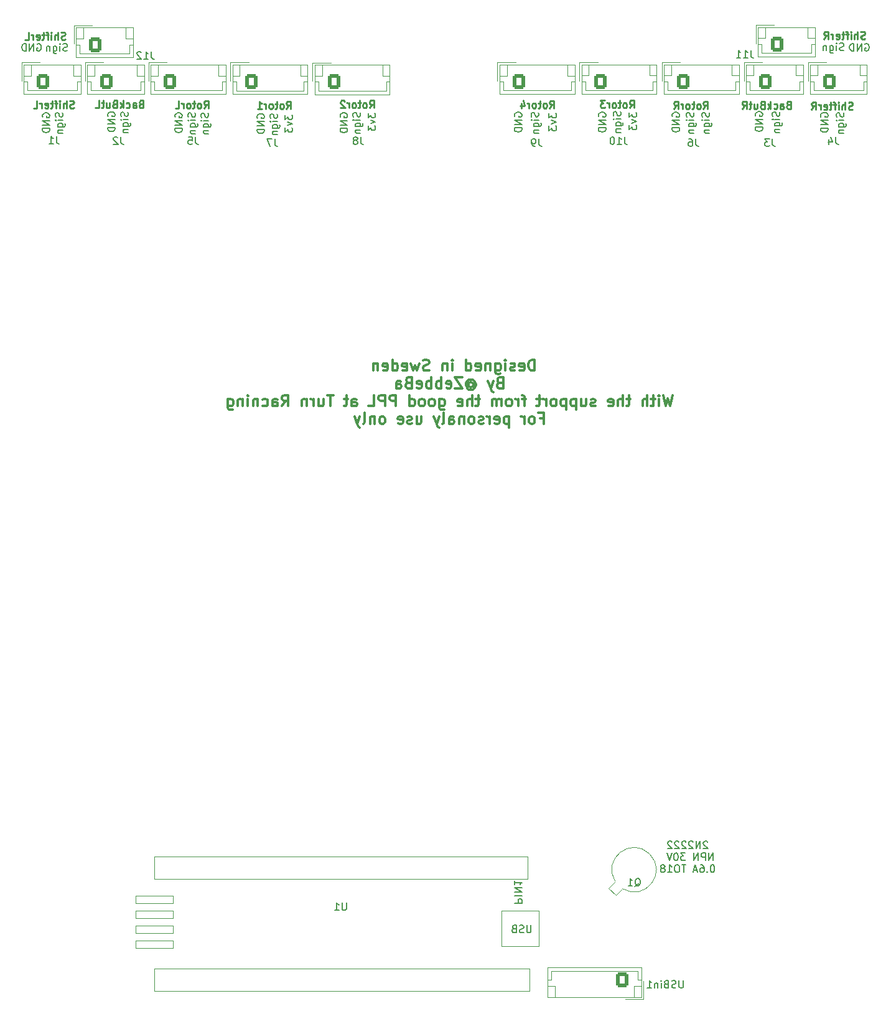
<source format=gbr>
%TF.GenerationSoftware,KiCad,Pcbnew,(6.0.1)*%
%TF.CreationDate,2022-11-23T14:03:38+01:00*%
%TF.ProjectId,992 GT3R PCB 2,39393220-4754-4335-9220-50434220322e,rev?*%
%TF.SameCoordinates,Original*%
%TF.FileFunction,Legend,Bot*%
%TF.FilePolarity,Positive*%
%FSLAX46Y46*%
G04 Gerber Fmt 4.6, Leading zero omitted, Abs format (unit mm)*
G04 Created by KiCad (PCBNEW (6.0.1)) date 2022-11-23 14:03:38*
%MOMM*%
%LPD*%
G01*
G04 APERTURE LIST*
G04 Aperture macros list*
%AMRoundRect*
0 Rectangle with rounded corners*
0 $1 Rounding radius*
0 $2 $3 $4 $5 $6 $7 $8 $9 X,Y pos of 4 corners*
0 Add a 4 corners polygon primitive as box body*
4,1,4,$2,$3,$4,$5,$6,$7,$8,$9,$2,$3,0*
0 Add four circle primitives for the rounded corners*
1,1,$1+$1,$2,$3*
1,1,$1+$1,$4,$5*
1,1,$1+$1,$6,$7*
1,1,$1+$1,$8,$9*
0 Add four rect primitives between the rounded corners*
20,1,$1+$1,$2,$3,$4,$5,0*
20,1,$1+$1,$4,$5,$6,$7,0*
20,1,$1+$1,$6,$7,$8,$9,0*
20,1,$1+$1,$8,$9,$2,$3,0*%
%AMHorizOval*
0 Thick line with rounded ends*
0 $1 width*
0 $2 $3 position (X,Y) of the first rounded end (center of the circle)*
0 $4 $5 position (X,Y) of the second rounded end (center of the circle)*
0 Add line between two ends*
20,1,$1,$2,$3,$4,$5,0*
0 Add two circle primitives to create the rounded ends*
1,1,$1,$2,$3*
1,1,$1,$4,$5*%
G04 Aperture macros list end*
%ADD10C,0.150000*%
%ADD11C,0.250000*%
%ADD12C,0.300000*%
%ADD13C,0.120000*%
%ADD14C,2.200000*%
%ADD15HorizOval,2.500000X0.216069X0.125755X-0.216069X-0.125755X0*%
%ADD16HorizOval,2.500000X0.027434X0.248490X-0.027434X-0.248490X0*%
%ADD17HorizOval,2.500000X0.026566X-0.248584X-0.026566X0.248584X0*%
%ADD18HorizOval,2.500000X0.216069X-0.125755X-0.216069X0.125755X0*%
%ADD19C,1.600000*%
%ADD20O,1.600000X1.600000*%
%ADD21RoundRect,0.250000X-0.600000X-0.750000X0.600000X-0.750000X0.600000X0.750000X-0.600000X0.750000X0*%
%ADD22O,1.700000X2.000000*%
%ADD23RoundRect,0.250000X-0.600000X-0.725000X0.600000X-0.725000X0.600000X0.725000X-0.600000X0.725000X0*%
%ADD24O,1.700000X1.950000*%
%ADD25RoundRect,0.250000X0.600000X0.725000X-0.600000X0.725000X-0.600000X-0.725000X0.600000X-0.725000X0*%
%ADD26O,1.600000X1.200000*%
%ADD27O,1.200000X1.200000*%
%ADD28C,1.700000*%
%ADD29R,1.700000X1.700000*%
G04 APERTURE END LIST*
D10*
X169492762Y152156905D02*
X169445142Y152252143D01*
X169445142Y152395000D01*
X169492762Y152537858D01*
X169588000Y152633096D01*
X169683238Y152680715D01*
X169873714Y152728334D01*
X170016571Y152728334D01*
X170207047Y152680715D01*
X170302285Y152633096D01*
X170397523Y152537858D01*
X170445142Y152395000D01*
X170445142Y152299762D01*
X170397523Y152156905D01*
X170349904Y152109286D01*
X170016571Y152109286D01*
X170016571Y152299762D01*
X170445142Y151680715D02*
X169445142Y151680715D01*
X170445142Y151109286D01*
X169445142Y151109286D01*
X170445142Y150633096D02*
X169445142Y150633096D01*
X169445142Y150395000D01*
X169492762Y150252143D01*
X169588000Y150156905D01*
X169683238Y150109286D01*
X169873714Y150061667D01*
X170016571Y150061667D01*
X170207047Y150109286D01*
X170302285Y150156905D01*
X170397523Y150252143D01*
X170445142Y150395000D01*
X170445142Y150633096D01*
X111857762Y152081905D02*
X111810142Y152177143D01*
X111810142Y152320000D01*
X111857762Y152462858D01*
X111953000Y152558096D01*
X112048238Y152605715D01*
X112238714Y152653334D01*
X112381571Y152653334D01*
X112572047Y152605715D01*
X112667285Y152558096D01*
X112762523Y152462858D01*
X112810142Y152320000D01*
X112810142Y152224762D01*
X112762523Y152081905D01*
X112714904Y152034286D01*
X112381571Y152034286D01*
X112381571Y152224762D01*
X112810142Y151605715D02*
X111810142Y151605715D01*
X112810142Y151034286D01*
X111810142Y151034286D01*
X112810142Y150558096D02*
X111810142Y150558096D01*
X111810142Y150320000D01*
X111857762Y150177143D01*
X111953000Y150081905D01*
X112048238Y150034286D01*
X112238714Y149986667D01*
X112381571Y149986667D01*
X112572047Y150034286D01*
X112667285Y150081905D01*
X112762523Y150177143D01*
X112810142Y150320000D01*
X112810142Y150558096D01*
X93823762Y152081905D02*
X93776142Y152177143D01*
X93776142Y152320000D01*
X93823762Y152462858D01*
X93919000Y152558096D01*
X94014238Y152605715D01*
X94204714Y152653334D01*
X94347571Y152653334D01*
X94538047Y152605715D01*
X94633285Y152558096D01*
X94728523Y152462858D01*
X94776142Y152320000D01*
X94776142Y152224762D01*
X94728523Y152081905D01*
X94680904Y152034286D01*
X94347571Y152034286D01*
X94347571Y152224762D01*
X94776142Y151605715D02*
X93776142Y151605715D01*
X94776142Y151034286D01*
X93776142Y151034286D01*
X94776142Y150558096D02*
X93776142Y150558096D01*
X93776142Y150320000D01*
X93823762Y150177143D01*
X93919000Y150081905D01*
X94014238Y150034286D01*
X94204714Y149986667D01*
X94347571Y149986667D01*
X94538047Y150034286D01*
X94633285Y150081905D01*
X94728523Y150177143D01*
X94776142Y150320000D01*
X94776142Y150558096D01*
X180983571Y34652620D02*
X180983571Y33843096D01*
X180935952Y33747858D01*
X180888333Y33700239D01*
X180793095Y33652620D01*
X180602619Y33652620D01*
X180507380Y33700239D01*
X180459761Y33747858D01*
X180412142Y33843096D01*
X180412142Y34652620D01*
X179983571Y33700239D02*
X179840714Y33652620D01*
X179602619Y33652620D01*
X179507380Y33700239D01*
X179459761Y33747858D01*
X179412142Y33843096D01*
X179412142Y33938334D01*
X179459761Y34033572D01*
X179507380Y34081191D01*
X179602619Y34128810D01*
X179793095Y34176429D01*
X179888333Y34224048D01*
X179935952Y34271667D01*
X179983571Y34366905D01*
X179983571Y34462143D01*
X179935952Y34557381D01*
X179888333Y34605000D01*
X179793095Y34652620D01*
X179555000Y34652620D01*
X179412142Y34605000D01*
X178650238Y34176429D02*
X178507380Y34128810D01*
X178459761Y34081191D01*
X178412142Y33985953D01*
X178412142Y33843096D01*
X178459761Y33747858D01*
X178507380Y33700239D01*
X178602619Y33652620D01*
X178983571Y33652620D01*
X178983571Y34652620D01*
X178650238Y34652620D01*
X178555000Y34605000D01*
X178507380Y34557381D01*
X178459761Y34462143D01*
X178459761Y34366905D01*
X178507380Y34271667D01*
X178555000Y34224048D01*
X178650238Y34176429D01*
X178983571Y34176429D01*
X177983571Y33652620D02*
X177983571Y34319286D01*
X177983571Y34652620D02*
X178031190Y34605000D01*
X177983571Y34557381D01*
X177935952Y34605000D01*
X177983571Y34652620D01*
X177983571Y34557381D01*
X177507380Y34319286D02*
X177507380Y33652620D01*
X177507380Y34224048D02*
X177459761Y34271667D01*
X177364523Y34319286D01*
X177221666Y34319286D01*
X177126428Y34271667D01*
X177078809Y34176429D01*
X177078809Y33652620D01*
X176078809Y33652620D02*
X176650238Y33652620D01*
X176364523Y33652620D02*
X176364523Y34652620D01*
X176459761Y34509762D01*
X176555000Y34414524D01*
X176650238Y34366905D01*
D11*
X195297142Y153752429D02*
X195154285Y153704810D01*
X195106666Y153657191D01*
X195059047Y153561953D01*
X195059047Y153419096D01*
X195106666Y153323858D01*
X195154285Y153276239D01*
X195249523Y153228620D01*
X195630476Y153228620D01*
X195630476Y154228620D01*
X195297142Y154228620D01*
X195201904Y154181000D01*
X195154285Y154133381D01*
X195106666Y154038143D01*
X195106666Y153942905D01*
X195154285Y153847667D01*
X195201904Y153800048D01*
X195297142Y153752429D01*
X195630476Y153752429D01*
X194201904Y153228620D02*
X194201904Y153752429D01*
X194249523Y153847667D01*
X194344762Y153895286D01*
X194535238Y153895286D01*
X194630476Y153847667D01*
X194201904Y153276239D02*
X194297142Y153228620D01*
X194535238Y153228620D01*
X194630476Y153276239D01*
X194678095Y153371477D01*
X194678095Y153466715D01*
X194630476Y153561953D01*
X194535238Y153609572D01*
X194297142Y153609572D01*
X194201904Y153657191D01*
X193297142Y153276239D02*
X193392381Y153228620D01*
X193582857Y153228620D01*
X193678095Y153276239D01*
X193725714Y153323858D01*
X193773333Y153419096D01*
X193773333Y153704810D01*
X193725714Y153800048D01*
X193678095Y153847667D01*
X193582857Y153895286D01*
X193392381Y153895286D01*
X193297142Y153847667D01*
X192868571Y153228620D02*
X192868571Y154228620D01*
X192773333Y153609572D02*
X192487619Y153228620D01*
X192487619Y153895286D02*
X192868571Y153514334D01*
X191725714Y153752429D02*
X191582857Y153704810D01*
X191535238Y153657191D01*
X191487619Y153561953D01*
X191487619Y153419096D01*
X191535238Y153323858D01*
X191582857Y153276239D01*
X191678095Y153228620D01*
X192059047Y153228620D01*
X192059047Y154228620D01*
X191725714Y154228620D01*
X191630476Y154181000D01*
X191582857Y154133381D01*
X191535238Y154038143D01*
X191535238Y153942905D01*
X191582857Y153847667D01*
X191630476Y153800048D01*
X191725714Y153752429D01*
X192059047Y153752429D01*
X190630476Y153895286D02*
X190630476Y153228620D01*
X191059047Y153895286D02*
X191059047Y153371477D01*
X191011428Y153276239D01*
X190916190Y153228620D01*
X190773333Y153228620D01*
X190678095Y153276239D01*
X190630476Y153323858D01*
X190297142Y153895286D02*
X189916190Y153895286D01*
X190154285Y154228620D02*
X190154285Y153371477D01*
X190106666Y153276239D01*
X190011428Y153228620D01*
X189916190Y153228620D01*
X189011428Y153228620D02*
X189344762Y153704810D01*
X189582857Y153228620D02*
X189582857Y154228620D01*
X189201904Y154228620D01*
X189106666Y154181000D01*
X189059047Y154133381D01*
X189011428Y154038143D01*
X189011428Y153895286D01*
X189059047Y153800048D01*
X189106666Y153752429D01*
X189201904Y153704810D01*
X189582857Y153704810D01*
X96887714Y162672239D02*
X96744857Y162624620D01*
X96506761Y162624620D01*
X96411523Y162672239D01*
X96363904Y162719858D01*
X96316285Y162815096D01*
X96316285Y162910334D01*
X96363904Y163005572D01*
X96411523Y163053191D01*
X96506761Y163100810D01*
X96697238Y163148429D01*
X96792476Y163196048D01*
X96840095Y163243667D01*
X96887714Y163338905D01*
X96887714Y163434143D01*
X96840095Y163529381D01*
X96792476Y163577000D01*
X96697238Y163624620D01*
X96459142Y163624620D01*
X96316285Y163577000D01*
X95887714Y162624620D02*
X95887714Y163624620D01*
X95459142Y162624620D02*
X95459142Y163148429D01*
X95506761Y163243667D01*
X95601999Y163291286D01*
X95744857Y163291286D01*
X95840095Y163243667D01*
X95887714Y163196048D01*
X94982952Y162624620D02*
X94982952Y163291286D01*
X94982952Y163624620D02*
X95030571Y163577000D01*
X94982952Y163529381D01*
X94935333Y163577000D01*
X94982952Y163624620D01*
X94982952Y163529381D01*
X94649618Y163291286D02*
X94268666Y163291286D01*
X94506761Y162624620D02*
X94506761Y163481762D01*
X94459142Y163577000D01*
X94363904Y163624620D01*
X94268666Y163624620D01*
X94078190Y163291286D02*
X93697238Y163291286D01*
X93935333Y163624620D02*
X93935333Y162767477D01*
X93887714Y162672239D01*
X93792476Y162624620D01*
X93697238Y162624620D01*
X92982952Y162672239D02*
X93078190Y162624620D01*
X93268666Y162624620D01*
X93363904Y162672239D01*
X93411523Y162767477D01*
X93411523Y163148429D01*
X93363904Y163243667D01*
X93268666Y163291286D01*
X93078190Y163291286D01*
X92982952Y163243667D01*
X92935333Y163148429D01*
X92935333Y163053191D01*
X93411523Y162957953D01*
X92506761Y162624620D02*
X92506761Y163291286D01*
X92506761Y163100810D02*
X92459142Y163196048D01*
X92411523Y163243667D01*
X92316285Y163291286D01*
X92221047Y163291286D01*
X91411523Y162624620D02*
X91887714Y162624620D01*
X91887714Y163624620D01*
D10*
X202836571Y161186239D02*
X202693714Y161138620D01*
X202455619Y161138620D01*
X202360380Y161186239D01*
X202312761Y161233858D01*
X202265142Y161329096D01*
X202265142Y161424334D01*
X202312761Y161519572D01*
X202360380Y161567191D01*
X202455619Y161614810D01*
X202646095Y161662429D01*
X202741333Y161710048D01*
X202788952Y161757667D01*
X202836571Y161852905D01*
X202836571Y161948143D01*
X202788952Y162043381D01*
X202741333Y162091000D01*
X202646095Y162138620D01*
X202408000Y162138620D01*
X202265142Y162091000D01*
X201836571Y161138620D02*
X201836571Y161805286D01*
X201836571Y162138620D02*
X201884190Y162091000D01*
X201836571Y162043381D01*
X201788952Y162091000D01*
X201836571Y162138620D01*
X201836571Y162043381D01*
X200931809Y161805286D02*
X200931809Y160995762D01*
X200979428Y160900524D01*
X201027047Y160852905D01*
X201122285Y160805286D01*
X201265142Y160805286D01*
X201360380Y160852905D01*
X200931809Y161186239D02*
X201027047Y161138620D01*
X201217523Y161138620D01*
X201312761Y161186239D01*
X201360380Y161233858D01*
X201408000Y161329096D01*
X201408000Y161614810D01*
X201360380Y161710048D01*
X201312761Y161757667D01*
X201217523Y161805286D01*
X201027047Y161805286D01*
X200931809Y161757667D01*
X200455619Y161805286D02*
X200455619Y161138620D01*
X200455619Y161710048D02*
X200408000Y161757667D01*
X200312761Y161805286D01*
X200169904Y161805286D01*
X200074666Y161757667D01*
X200027047Y161662429D01*
X200027047Y161138620D01*
D11*
X173684666Y153341620D02*
X174018000Y153817810D01*
X174256095Y153341620D02*
X174256095Y154341620D01*
X173875142Y154341620D01*
X173779904Y154294000D01*
X173732285Y154246381D01*
X173684666Y154151143D01*
X173684666Y154008286D01*
X173732285Y153913048D01*
X173779904Y153865429D01*
X173875142Y153817810D01*
X174256095Y153817810D01*
X173113238Y153341620D02*
X173208476Y153389239D01*
X173256095Y153436858D01*
X173303714Y153532096D01*
X173303714Y153817810D01*
X173256095Y153913048D01*
X173208476Y153960667D01*
X173113238Y154008286D01*
X172970380Y154008286D01*
X172875142Y153960667D01*
X172827523Y153913048D01*
X172779904Y153817810D01*
X172779904Y153532096D01*
X172827523Y153436858D01*
X172875142Y153389239D01*
X172970380Y153341620D01*
X173113238Y153341620D01*
X172494190Y154008286D02*
X172113238Y154008286D01*
X172351333Y154341620D02*
X172351333Y153484477D01*
X172303714Y153389239D01*
X172208476Y153341620D01*
X172113238Y153341620D01*
X171637047Y153341620D02*
X171732285Y153389239D01*
X171779904Y153436858D01*
X171827523Y153532096D01*
X171827523Y153817810D01*
X171779904Y153913048D01*
X171732285Y153960667D01*
X171637047Y154008286D01*
X171494190Y154008286D01*
X171398952Y153960667D01*
X171351333Y153913048D01*
X171303714Y153817810D01*
X171303714Y153532096D01*
X171351333Y153436858D01*
X171398952Y153389239D01*
X171494190Y153341620D01*
X171637047Y153341620D01*
X170875142Y153341620D02*
X170875142Y154008286D01*
X170875142Y153817810D02*
X170827523Y153913048D01*
X170779904Y153960667D01*
X170684666Y154008286D01*
X170589428Y154008286D01*
X170351333Y154341620D02*
X169732285Y154341620D01*
X170065619Y153960667D01*
X169922761Y153960667D01*
X169827523Y153913048D01*
X169779904Y153865429D01*
X169732285Y153770191D01*
X169732285Y153532096D01*
X169779904Y153436858D01*
X169827523Y153389239D01*
X169922761Y153341620D01*
X170208476Y153341620D01*
X170303714Y153389239D01*
X170351333Y153436858D01*
D10*
X134336762Y152081905D02*
X134289142Y152177143D01*
X134289142Y152320000D01*
X134336762Y152462858D01*
X134432000Y152558096D01*
X134527238Y152605715D01*
X134717714Y152653334D01*
X134860571Y152653334D01*
X135051047Y152605715D01*
X135146285Y152558096D01*
X135241523Y152462858D01*
X135289142Y152320000D01*
X135289142Y152224762D01*
X135241523Y152081905D01*
X135193904Y152034286D01*
X134860571Y152034286D01*
X134860571Y152224762D01*
X135289142Y151605715D02*
X134289142Y151605715D01*
X135289142Y151034286D01*
X134289142Y151034286D01*
X135289142Y150558096D02*
X134289142Y150558096D01*
X134289142Y150320000D01*
X134336762Y150177143D01*
X134432000Y150081905D01*
X134527238Y150034286D01*
X134717714Y149986667D01*
X134860571Y149986667D01*
X135051047Y150034286D01*
X135146285Y150081905D01*
X135241523Y150177143D01*
X135289142Y150320000D01*
X135289142Y150558096D01*
D11*
X98047476Y153364239D02*
X97904619Y153316620D01*
X97666523Y153316620D01*
X97571285Y153364239D01*
X97523666Y153411858D01*
X97476047Y153507096D01*
X97476047Y153602334D01*
X97523666Y153697572D01*
X97571285Y153745191D01*
X97666523Y153792810D01*
X97857000Y153840429D01*
X97952238Y153888048D01*
X97999857Y153935667D01*
X98047476Y154030905D01*
X98047476Y154126143D01*
X97999857Y154221381D01*
X97952238Y154269000D01*
X97857000Y154316620D01*
X97618904Y154316620D01*
X97476047Y154269000D01*
X97047476Y153316620D02*
X97047476Y154316620D01*
X96618904Y153316620D02*
X96618904Y153840429D01*
X96666523Y153935667D01*
X96761761Y153983286D01*
X96904619Y153983286D01*
X96999857Y153935667D01*
X97047476Y153888048D01*
X96142714Y153316620D02*
X96142714Y153983286D01*
X96142714Y154316620D02*
X96190333Y154269000D01*
X96142714Y154221381D01*
X96095095Y154269000D01*
X96142714Y154316620D01*
X96142714Y154221381D01*
X95809380Y153983286D02*
X95428428Y153983286D01*
X95666523Y153316620D02*
X95666523Y154173762D01*
X95618904Y154269000D01*
X95523666Y154316620D01*
X95428428Y154316620D01*
X95237952Y153983286D02*
X94857000Y153983286D01*
X95095095Y154316620D02*
X95095095Y153459477D01*
X95047476Y153364239D01*
X94952238Y153316620D01*
X94857000Y153316620D01*
X94142714Y153364239D02*
X94237952Y153316620D01*
X94428428Y153316620D01*
X94523666Y153364239D01*
X94571285Y153459477D01*
X94571285Y153840429D01*
X94523666Y153935667D01*
X94428428Y153983286D01*
X94237952Y153983286D01*
X94142714Y153935667D01*
X94095095Y153840429D01*
X94095095Y153745191D01*
X94571285Y153649953D01*
X93666523Y153316620D02*
X93666523Y153983286D01*
X93666523Y153792810D02*
X93618904Y153888048D01*
X93571285Y153935667D01*
X93476047Y153983286D01*
X93380809Y153983286D01*
X92571285Y153316620D02*
X93047476Y153316620D01*
X93047476Y154316620D01*
D10*
X194079285Y152787572D02*
X194126904Y152644715D01*
X194126904Y152406620D01*
X194079285Y152311381D01*
X194031666Y152263762D01*
X193936428Y152216143D01*
X193841190Y152216143D01*
X193745952Y152263762D01*
X193698333Y152311381D01*
X193650714Y152406620D01*
X193603095Y152597096D01*
X193555476Y152692334D01*
X193507857Y152739953D01*
X193412619Y152787572D01*
X193317381Y152787572D01*
X193222143Y152739953D01*
X193174524Y152692334D01*
X193126904Y152597096D01*
X193126904Y152359000D01*
X193174524Y152216143D01*
X194126904Y151787572D02*
X193460238Y151787572D01*
X193126904Y151787572D02*
X193174524Y151835191D01*
X193222143Y151787572D01*
X193174524Y151739953D01*
X193126904Y151787572D01*
X193222143Y151787572D01*
X193460238Y150882810D02*
X194269762Y150882810D01*
X194365000Y150930429D01*
X194412619Y150978048D01*
X194460238Y151073286D01*
X194460238Y151216143D01*
X194412619Y151311381D01*
X194079285Y150882810D02*
X194126904Y150978048D01*
X194126904Y151168524D01*
X194079285Y151263762D01*
X194031666Y151311381D01*
X193936428Y151359000D01*
X193650714Y151359000D01*
X193555476Y151311381D01*
X193507857Y151263762D01*
X193460238Y151168524D01*
X193460238Y150978048D01*
X193507857Y150882810D01*
X193460238Y150406620D02*
X194126904Y150406620D01*
X193555476Y150406620D02*
X193507857Y150359000D01*
X193460238Y150263762D01*
X193460238Y150120905D01*
X193507857Y150025667D01*
X193603095Y149978048D01*
X194126904Y149978048D01*
D11*
X183712734Y153196620D02*
X184046067Y153672810D01*
X184284162Y153196620D02*
X184284162Y154196620D01*
X183903210Y154196620D01*
X183807972Y154149000D01*
X183760353Y154101381D01*
X183712734Y154006143D01*
X183712734Y153863286D01*
X183760353Y153768048D01*
X183807972Y153720429D01*
X183903210Y153672810D01*
X184284162Y153672810D01*
X183141305Y153196620D02*
X183236543Y153244239D01*
X183284162Y153291858D01*
X183331781Y153387096D01*
X183331781Y153672810D01*
X183284162Y153768048D01*
X183236543Y153815667D01*
X183141305Y153863286D01*
X182998448Y153863286D01*
X182903210Y153815667D01*
X182855591Y153768048D01*
X182807972Y153672810D01*
X182807972Y153387096D01*
X182855591Y153291858D01*
X182903210Y153244239D01*
X182998448Y153196620D01*
X183141305Y153196620D01*
X182522258Y153863286D02*
X182141305Y153863286D01*
X182379400Y154196620D02*
X182379400Y153339477D01*
X182331781Y153244239D01*
X182236543Y153196620D01*
X182141305Y153196620D01*
X181665115Y153196620D02*
X181760353Y153244239D01*
X181807972Y153291858D01*
X181855591Y153387096D01*
X181855591Y153672810D01*
X181807972Y153768048D01*
X181760353Y153815667D01*
X181665115Y153863286D01*
X181522258Y153863286D01*
X181427019Y153815667D01*
X181379400Y153768048D01*
X181331781Y153672810D01*
X181331781Y153387096D01*
X181379400Y153291858D01*
X181427019Y153244239D01*
X181522258Y153196620D01*
X181665115Y153196620D01*
X180903210Y153196620D02*
X180903210Y153863286D01*
X180903210Y153672810D02*
X180855591Y153768048D01*
X180807972Y153815667D01*
X180712734Y153863286D01*
X180617496Y153863286D01*
X179712734Y153196620D02*
X180046067Y153672810D01*
X180284162Y153196620D02*
X180284162Y154196620D01*
X179903210Y154196620D01*
X179807972Y154149000D01*
X179760353Y154101381D01*
X179712734Y154006143D01*
X179712734Y153863286D01*
X179760353Y153768048D01*
X179807972Y153720429D01*
X179903210Y153672810D01*
X180284162Y153672810D01*
X162809666Y153316620D02*
X163143000Y153792810D01*
X163381095Y153316620D02*
X163381095Y154316620D01*
X163000142Y154316620D01*
X162904904Y154269000D01*
X162857285Y154221381D01*
X162809666Y154126143D01*
X162809666Y153983286D01*
X162857285Y153888048D01*
X162904904Y153840429D01*
X163000142Y153792810D01*
X163381095Y153792810D01*
X162238238Y153316620D02*
X162333476Y153364239D01*
X162381095Y153411858D01*
X162428714Y153507096D01*
X162428714Y153792810D01*
X162381095Y153888048D01*
X162333476Y153935667D01*
X162238238Y153983286D01*
X162095380Y153983286D01*
X162000142Y153935667D01*
X161952523Y153888048D01*
X161904904Y153792810D01*
X161904904Y153507096D01*
X161952523Y153411858D01*
X162000142Y153364239D01*
X162095380Y153316620D01*
X162238238Y153316620D01*
X161619190Y153983286D02*
X161238238Y153983286D01*
X161476333Y154316620D02*
X161476333Y153459477D01*
X161428714Y153364239D01*
X161333476Y153316620D01*
X161238238Y153316620D01*
X160762047Y153316620D02*
X160857285Y153364239D01*
X160904904Y153411858D01*
X160952523Y153507096D01*
X160952523Y153792810D01*
X160904904Y153888048D01*
X160857285Y153935667D01*
X160762047Y153983286D01*
X160619190Y153983286D01*
X160523952Y153935667D01*
X160476333Y153888048D01*
X160428714Y153792810D01*
X160428714Y153507096D01*
X160476333Y153411858D01*
X160523952Y153364239D01*
X160619190Y153316620D01*
X160762047Y153316620D01*
X160000142Y153316620D02*
X160000142Y153983286D01*
X160000142Y153792810D02*
X159952523Y153888048D01*
X159904904Y153935667D01*
X159809666Y153983286D01*
X159714428Y153983286D01*
X158952523Y153983286D02*
X158952523Y153316620D01*
X159190619Y154364239D02*
X159428714Y153649953D01*
X158809666Y153649953D01*
X126998666Y153216620D02*
X127332000Y153692810D01*
X127570095Y153216620D02*
X127570095Y154216620D01*
X127189142Y154216620D01*
X127093904Y154169000D01*
X127046285Y154121381D01*
X126998666Y154026143D01*
X126998666Y153883286D01*
X127046285Y153788048D01*
X127093904Y153740429D01*
X127189142Y153692810D01*
X127570095Y153692810D01*
X126427238Y153216620D02*
X126522476Y153264239D01*
X126570095Y153311858D01*
X126617714Y153407096D01*
X126617714Y153692810D01*
X126570095Y153788048D01*
X126522476Y153835667D01*
X126427238Y153883286D01*
X126284380Y153883286D01*
X126189142Y153835667D01*
X126141523Y153788048D01*
X126093904Y153692810D01*
X126093904Y153407096D01*
X126141523Y153311858D01*
X126189142Y153264239D01*
X126284380Y153216620D01*
X126427238Y153216620D01*
X125808190Y153883286D02*
X125427238Y153883286D01*
X125665333Y154216620D02*
X125665333Y153359477D01*
X125617714Y153264239D01*
X125522476Y153216620D01*
X125427238Y153216620D01*
X124951047Y153216620D02*
X125046285Y153264239D01*
X125093904Y153311858D01*
X125141523Y153407096D01*
X125141523Y153692810D01*
X125093904Y153788048D01*
X125046285Y153835667D01*
X124951047Y153883286D01*
X124808190Y153883286D01*
X124712952Y153835667D01*
X124665333Y153788048D01*
X124617714Y153692810D01*
X124617714Y153407096D01*
X124665333Y153311858D01*
X124712952Y153264239D01*
X124808190Y153216620D01*
X124951047Y153216620D01*
X124189142Y153216620D02*
X124189142Y153883286D01*
X124189142Y153692810D02*
X124141523Y153788048D01*
X124093904Y153835667D01*
X123998666Y153883286D01*
X123903428Y153883286D01*
X123046285Y153216620D02*
X123617714Y153216620D01*
X123332000Y153216620D02*
X123332000Y154216620D01*
X123427238Y154073762D01*
X123522476Y153978524D01*
X123617714Y153930905D01*
D10*
X123033762Y151954905D02*
X122986142Y152050143D01*
X122986142Y152193000D01*
X123033762Y152335858D01*
X123129000Y152431096D01*
X123224238Y152478715D01*
X123414714Y152526334D01*
X123557571Y152526334D01*
X123748047Y152478715D01*
X123843285Y152431096D01*
X123938523Y152335858D01*
X123986142Y152193000D01*
X123986142Y152097762D01*
X123938523Y151954905D01*
X123890904Y151907286D01*
X123557571Y151907286D01*
X123557571Y152097762D01*
X123986142Y151478715D02*
X122986142Y151478715D01*
X123986142Y150907286D01*
X122986142Y150907286D01*
X123986142Y150431096D02*
X122986142Y150431096D01*
X122986142Y150193000D01*
X123033762Y150050143D01*
X123129000Y149954905D01*
X123224238Y149907286D01*
X123414714Y149859667D01*
X123557571Y149859667D01*
X123748047Y149907286D01*
X123843285Y149954905D01*
X123938523Y150050143D01*
X123986142Y150193000D01*
X123986142Y150431096D01*
X179525762Y152156905D02*
X179478142Y152252143D01*
X179478142Y152395000D01*
X179525762Y152537858D01*
X179621000Y152633096D01*
X179716238Y152680715D01*
X179906714Y152728334D01*
X180049571Y152728334D01*
X180240047Y152680715D01*
X180335285Y152633096D01*
X180430523Y152537858D01*
X180478142Y152395000D01*
X180478142Y152299762D01*
X180430523Y152156905D01*
X180382904Y152109286D01*
X180049571Y152109286D01*
X180049571Y152299762D01*
X180478142Y151680715D02*
X179478142Y151680715D01*
X180478142Y151109286D01*
X179478142Y151109286D01*
X180478142Y150633096D02*
X179478142Y150633096D01*
X179478142Y150395000D01*
X179525762Y150252143D01*
X179621000Y150156905D01*
X179716238Y150109286D01*
X179906714Y150061667D01*
X180049571Y150061667D01*
X180240047Y150109286D01*
X180335285Y150156905D01*
X180430523Y150252143D01*
X180478142Y150395000D01*
X180478142Y150633096D01*
X202784285Y152660572D02*
X202831904Y152517715D01*
X202831904Y152279620D01*
X202784285Y152184381D01*
X202736666Y152136762D01*
X202641428Y152089143D01*
X202546190Y152089143D01*
X202450952Y152136762D01*
X202403333Y152184381D01*
X202355714Y152279620D01*
X202308095Y152470096D01*
X202260476Y152565334D01*
X202212857Y152612953D01*
X202117619Y152660572D01*
X202022381Y152660572D01*
X201927143Y152612953D01*
X201879524Y152565334D01*
X201831904Y152470096D01*
X201831904Y152232000D01*
X201879524Y152089143D01*
X202831904Y151660572D02*
X202165238Y151660572D01*
X201831904Y151660572D02*
X201879524Y151708191D01*
X201927143Y151660572D01*
X201879524Y151612953D01*
X201831904Y151660572D01*
X201927143Y151660572D01*
X202165238Y150755810D02*
X202974762Y150755810D01*
X203070000Y150803429D01*
X203117619Y150851048D01*
X203165238Y150946286D01*
X203165238Y151089143D01*
X203117619Y151184381D01*
X202784285Y150755810D02*
X202831904Y150851048D01*
X202831904Y151041524D01*
X202784285Y151136762D01*
X202736666Y151184381D01*
X202641428Y151232000D01*
X202355714Y151232000D01*
X202260476Y151184381D01*
X202212857Y151136762D01*
X202165238Y151041524D01*
X202165238Y150851048D01*
X202212857Y150755810D01*
X202165238Y150279620D02*
X202831904Y150279620D01*
X202260476Y150279620D02*
X202212857Y150232000D01*
X202165238Y150136762D01*
X202165238Y149993905D01*
X202212857Y149898667D01*
X202308095Y149851048D01*
X202831904Y149851048D01*
X126796142Y152383477D02*
X126796142Y151764429D01*
X127177095Y152097762D01*
X127177095Y151954905D01*
X127224714Y151859667D01*
X127272333Y151812048D01*
X127367571Y151764429D01*
X127605666Y151764429D01*
X127700904Y151812048D01*
X127748523Y151859667D01*
X127796142Y151954905D01*
X127796142Y152240620D01*
X127748523Y152335858D01*
X127700904Y152383477D01*
X127129476Y151431096D02*
X127796142Y151193000D01*
X127129476Y150954905D01*
X126796142Y150669191D02*
X126796142Y150050143D01*
X127177095Y150383477D01*
X127177095Y150240620D01*
X127224714Y150145381D01*
X127272333Y150097762D01*
X127367571Y150050143D01*
X127605666Y150050143D01*
X127700904Y150097762D01*
X127748523Y150145381D01*
X127796142Y150240620D01*
X127796142Y150526334D01*
X127748523Y150621572D01*
X127700904Y150669191D01*
X114536761Y152647572D02*
X114584380Y152504715D01*
X114584380Y152266620D01*
X114536761Y152171381D01*
X114489142Y152123762D01*
X114393904Y152076143D01*
X114298666Y152076143D01*
X114203428Y152123762D01*
X114155809Y152171381D01*
X114108190Y152266620D01*
X114060571Y152457096D01*
X114012952Y152552334D01*
X113965333Y152599953D01*
X113870095Y152647572D01*
X113774857Y152647572D01*
X113679619Y152599953D01*
X113632000Y152552334D01*
X113584380Y152457096D01*
X113584380Y152219000D01*
X113632000Y152076143D01*
X114584380Y151647572D02*
X113917714Y151647572D01*
X113584380Y151647572D02*
X113632000Y151695191D01*
X113679619Y151647572D01*
X113632000Y151599953D01*
X113584380Y151647572D01*
X113679619Y151647572D01*
X113917714Y150742810D02*
X114727238Y150742810D01*
X114822476Y150790429D01*
X114870095Y150838048D01*
X114917714Y150933286D01*
X114917714Y151076143D01*
X114870095Y151171381D01*
X114536761Y150742810D02*
X114584380Y150838048D01*
X114584380Y151028524D01*
X114536761Y151123762D01*
X114489142Y151171381D01*
X114393904Y151219000D01*
X114108190Y151219000D01*
X114012952Y151171381D01*
X113965333Y151123762D01*
X113917714Y151028524D01*
X113917714Y150838048D01*
X113965333Y150742810D01*
X113917714Y150266620D02*
X114584380Y150266620D01*
X114012952Y150266620D02*
X113965333Y150219000D01*
X113917714Y150123762D01*
X113917714Y149980905D01*
X113965333Y149885667D01*
X114060571Y149838048D01*
X114584380Y149838048D01*
X125711761Y152497572D02*
X125759380Y152354715D01*
X125759380Y152116620D01*
X125711761Y152021381D01*
X125664142Y151973762D01*
X125568904Y151926143D01*
X125473666Y151926143D01*
X125378428Y151973762D01*
X125330809Y152021381D01*
X125283190Y152116620D01*
X125235571Y152307096D01*
X125187952Y152402334D01*
X125140333Y152449953D01*
X125045095Y152497572D01*
X124949857Y152497572D01*
X124854619Y152449953D01*
X124807000Y152402334D01*
X124759380Y152307096D01*
X124759380Y152069000D01*
X124807000Y151926143D01*
X125759380Y151497572D02*
X125092714Y151497572D01*
X124759380Y151497572D02*
X124807000Y151545191D01*
X124854619Y151497572D01*
X124807000Y151449953D01*
X124759380Y151497572D01*
X124854619Y151497572D01*
X125092714Y150592810D02*
X125902238Y150592810D01*
X125997476Y150640429D01*
X126045095Y150688048D01*
X126092714Y150783286D01*
X126092714Y150926143D01*
X126045095Y151021381D01*
X125711761Y150592810D02*
X125759380Y150688048D01*
X125759380Y150878524D01*
X125711761Y150973762D01*
X125664142Y151021381D01*
X125568904Y151069000D01*
X125283190Y151069000D01*
X125187952Y151021381D01*
X125140333Y150973762D01*
X125092714Y150878524D01*
X125092714Y150688048D01*
X125140333Y150592810D01*
X125092714Y150116620D02*
X125759380Y150116620D01*
X125187952Y150116620D02*
X125140333Y150069000D01*
X125092714Y149973762D01*
X125092714Y149830905D01*
X125140333Y149735667D01*
X125235571Y149688048D01*
X125759380Y149688048D01*
X93070904Y162016000D02*
X93166142Y162063620D01*
X93309000Y162063620D01*
X93451857Y162016000D01*
X93547095Y161920762D01*
X93594714Y161825524D01*
X93642333Y161635048D01*
X93642333Y161492191D01*
X93594714Y161301715D01*
X93547095Y161206477D01*
X93451857Y161111239D01*
X93309000Y161063620D01*
X93213761Y161063620D01*
X93070904Y161111239D01*
X93023285Y161158858D01*
X93023285Y161492191D01*
X93213761Y161492191D01*
X92594714Y161063620D02*
X92594714Y162063620D01*
X92023285Y161063620D01*
X92023285Y162063620D01*
X91547095Y161063620D02*
X91547095Y162063620D01*
X91309000Y162063620D01*
X91166142Y162016000D01*
X91070904Y161920762D01*
X91023285Y161825524D01*
X90975666Y161635048D01*
X90975666Y161492191D01*
X91023285Y161301715D01*
X91070904Y161206477D01*
X91166142Y161111239D01*
X91309000Y161063620D01*
X91547095Y161063620D01*
X173636142Y152712477D02*
X173636142Y152093429D01*
X174017095Y152426762D01*
X174017095Y152283905D01*
X174064714Y152188667D01*
X174112333Y152141048D01*
X174207571Y152093429D01*
X174445666Y152093429D01*
X174540904Y152141048D01*
X174588523Y152188667D01*
X174636142Y152283905D01*
X174636142Y152569620D01*
X174588523Y152664858D01*
X174540904Y152712477D01*
X173969476Y151760096D02*
X174636142Y151522000D01*
X173969476Y151283905D01*
X173636142Y150998191D02*
X173636142Y150379143D01*
X174017095Y150712477D01*
X174017095Y150569620D01*
X174064714Y150474381D01*
X174112333Y150426762D01*
X174207571Y150379143D01*
X174445666Y150379143D01*
X174540904Y150426762D01*
X174588523Y150474381D01*
X174636142Y150569620D01*
X174636142Y150855334D01*
X174588523Y150950572D01*
X174540904Y150998191D01*
X182378019Y152696572D02*
X182425638Y152553715D01*
X182425638Y152315620D01*
X182378019Y152220381D01*
X182330400Y152172762D01*
X182235162Y152125143D01*
X182139924Y152125143D01*
X182044686Y152172762D01*
X181997067Y152220381D01*
X181949448Y152315620D01*
X181901829Y152506096D01*
X181854210Y152601334D01*
X181806591Y152648953D01*
X181711353Y152696572D01*
X181616115Y152696572D01*
X181520877Y152648953D01*
X181473258Y152601334D01*
X181425638Y152506096D01*
X181425638Y152268000D01*
X181473258Y152125143D01*
X182425638Y151696572D02*
X181758972Y151696572D01*
X181425638Y151696572D02*
X181473258Y151744191D01*
X181520877Y151696572D01*
X181473258Y151648953D01*
X181425638Y151696572D01*
X181520877Y151696572D01*
X181758972Y150791810D02*
X182568496Y150791810D01*
X182663734Y150839429D01*
X182711353Y150887048D01*
X182758972Y150982286D01*
X182758972Y151125143D01*
X182711353Y151220381D01*
X182378019Y150791810D02*
X182425638Y150887048D01*
X182425638Y151077524D01*
X182378019Y151172762D01*
X182330400Y151220381D01*
X182235162Y151268000D01*
X181949448Y151268000D01*
X181854210Y151220381D01*
X181806591Y151172762D01*
X181758972Y151077524D01*
X181758972Y150887048D01*
X181806591Y150791810D01*
X181758972Y150315620D02*
X182425638Y150315620D01*
X181854210Y150315620D02*
X181806591Y150268000D01*
X181758972Y150172762D01*
X181758972Y150029905D01*
X181806591Y149934667D01*
X181901829Y149887048D01*
X182425638Y149887048D01*
X162714142Y152585477D02*
X162714142Y151966429D01*
X163095095Y152299762D01*
X163095095Y152156905D01*
X163142714Y152061667D01*
X163190333Y152014048D01*
X163285571Y151966429D01*
X163523666Y151966429D01*
X163618904Y152014048D01*
X163666523Y152061667D01*
X163714142Y152156905D01*
X163714142Y152442620D01*
X163666523Y152537858D01*
X163618904Y152585477D01*
X163047476Y151633096D02*
X163714142Y151395000D01*
X163047476Y151156905D01*
X162714142Y150871191D02*
X162714142Y150252143D01*
X163095095Y150585477D01*
X163095095Y150442620D01*
X163142714Y150347381D01*
X163190333Y150299762D01*
X163285571Y150252143D01*
X163523666Y150252143D01*
X163618904Y150299762D01*
X163666523Y150347381D01*
X163714142Y150442620D01*
X163714142Y150728334D01*
X163666523Y150823572D01*
X163618904Y150871191D01*
X184494523Y152696572D02*
X184542142Y152553715D01*
X184542142Y152315620D01*
X184494523Y152220381D01*
X184446904Y152172762D01*
X184351666Y152125143D01*
X184256428Y152125143D01*
X184161190Y152172762D01*
X184113571Y152220381D01*
X184065952Y152315620D01*
X184018333Y152506096D01*
X183970714Y152601334D01*
X183923095Y152648953D01*
X183827857Y152696572D01*
X183732619Y152696572D01*
X183637381Y152648953D01*
X183589762Y152601334D01*
X183542142Y152506096D01*
X183542142Y152268000D01*
X183589762Y152125143D01*
X184542142Y151696572D02*
X183875476Y151696572D01*
X183542142Y151696572D02*
X183589762Y151744191D01*
X183637381Y151696572D01*
X183589762Y151648953D01*
X183542142Y151696572D01*
X183637381Y151696572D01*
X183875476Y150791810D02*
X184685000Y150791810D01*
X184780238Y150839429D01*
X184827857Y150887048D01*
X184875476Y150982286D01*
X184875476Y151125143D01*
X184827857Y151220381D01*
X184494523Y150791810D02*
X184542142Y150887048D01*
X184542142Y151077524D01*
X184494523Y151172762D01*
X184446904Y151220381D01*
X184351666Y151268000D01*
X184065952Y151268000D01*
X183970714Y151220381D01*
X183923095Y151172762D01*
X183875476Y151077524D01*
X183875476Y150887048D01*
X183923095Y150791810D01*
X183875476Y150315620D02*
X184542142Y150315620D01*
X183970714Y150315620D02*
X183923095Y150268000D01*
X183875476Y150172762D01*
X183875476Y150029905D01*
X183923095Y149934667D01*
X184018333Y149887048D01*
X184542142Y149887048D01*
X205719904Y162016000D02*
X205815142Y162063620D01*
X205958000Y162063620D01*
X206100857Y162016000D01*
X206196095Y161920762D01*
X206243714Y161825524D01*
X206291333Y161635048D01*
X206291333Y161492191D01*
X206243714Y161301715D01*
X206196095Y161206477D01*
X206100857Y161111239D01*
X205958000Y161063620D01*
X205862761Y161063620D01*
X205719904Y161111239D01*
X205672285Y161158858D01*
X205672285Y161492191D01*
X205862761Y161492191D01*
X205243714Y161063620D02*
X205243714Y162063620D01*
X204672285Y161063620D01*
X204672285Y162063620D01*
X204196095Y161063620D02*
X204196095Y162063620D01*
X203958000Y162063620D01*
X203815142Y162016000D01*
X203719904Y161920762D01*
X203672285Y161825524D01*
X203624666Y161635048D01*
X203624666Y161492191D01*
X203672285Y161301715D01*
X203719904Y161206477D01*
X203815142Y161111239D01*
X203958000Y161063620D01*
X204196095Y161063620D01*
X199720524Y152120905D02*
X199672904Y152216143D01*
X199672904Y152359000D01*
X199720524Y152501858D01*
X199815762Y152597096D01*
X199911000Y152644715D01*
X200101476Y152692334D01*
X200244333Y152692334D01*
X200434809Y152644715D01*
X200530047Y152597096D01*
X200625285Y152501858D01*
X200672904Y152359000D01*
X200672904Y152263762D01*
X200625285Y152120905D01*
X200577666Y152073286D01*
X200244333Y152073286D01*
X200244333Y152263762D01*
X200672904Y151644715D02*
X199672904Y151644715D01*
X200672904Y151073286D01*
X199672904Y151073286D01*
X200672904Y150597096D02*
X199672904Y150597096D01*
X199672904Y150359000D01*
X199720524Y150216143D01*
X199815762Y150120905D01*
X199911000Y150073286D01*
X200101476Y150025667D01*
X200244333Y150025667D01*
X200434809Y150073286D01*
X200530047Y150120905D01*
X200625285Y150216143D01*
X200672904Y150359000D01*
X200672904Y150597096D01*
D11*
X115777238Y153291620D02*
X116110571Y153767810D01*
X116348666Y153291620D02*
X116348666Y154291620D01*
X115967714Y154291620D01*
X115872476Y154244000D01*
X115824857Y154196381D01*
X115777238Y154101143D01*
X115777238Y153958286D01*
X115824857Y153863048D01*
X115872476Y153815429D01*
X115967714Y153767810D01*
X116348666Y153767810D01*
X115205809Y153291620D02*
X115301047Y153339239D01*
X115348666Y153386858D01*
X115396285Y153482096D01*
X115396285Y153767810D01*
X115348666Y153863048D01*
X115301047Y153910667D01*
X115205809Y153958286D01*
X115062952Y153958286D01*
X114967714Y153910667D01*
X114920095Y153863048D01*
X114872476Y153767810D01*
X114872476Y153482096D01*
X114920095Y153386858D01*
X114967714Y153339239D01*
X115062952Y153291620D01*
X115205809Y153291620D01*
X114586761Y153958286D02*
X114205809Y153958286D01*
X114443904Y154291620D02*
X114443904Y153434477D01*
X114396285Y153339239D01*
X114301047Y153291620D01*
X114205809Y153291620D01*
X113729619Y153291620D02*
X113824857Y153339239D01*
X113872476Y153386858D01*
X113920095Y153482096D01*
X113920095Y153767810D01*
X113872476Y153863048D01*
X113824857Y153910667D01*
X113729619Y153958286D01*
X113586761Y153958286D01*
X113491523Y153910667D01*
X113443904Y153863048D01*
X113396285Y153767810D01*
X113396285Y153482096D01*
X113443904Y153386858D01*
X113491523Y153339239D01*
X113586761Y153291620D01*
X113729619Y153291620D01*
X112967714Y153291620D02*
X112967714Y153958286D01*
X112967714Y153767810D02*
X112920095Y153863048D01*
X112872476Y153910667D01*
X112777238Y153958286D01*
X112682000Y153958286D01*
X111872476Y153291620D02*
X112348666Y153291620D01*
X112348666Y154291620D01*
D10*
X97166571Y161111239D02*
X97023714Y161063620D01*
X96785619Y161063620D01*
X96690380Y161111239D01*
X96642761Y161158858D01*
X96595142Y161254096D01*
X96595142Y161349334D01*
X96642761Y161444572D01*
X96690380Y161492191D01*
X96785619Y161539810D01*
X96976095Y161587429D01*
X97071333Y161635048D01*
X97118952Y161682667D01*
X97166571Y161777905D01*
X97166571Y161873143D01*
X97118952Y161968381D01*
X97071333Y162016000D01*
X96976095Y162063620D01*
X96738000Y162063620D01*
X96595142Y162016000D01*
X96166571Y161063620D02*
X96166571Y161730286D01*
X96166571Y162063620D02*
X96214190Y162016000D01*
X96166571Y161968381D01*
X96118952Y162016000D01*
X96166571Y162063620D01*
X96166571Y161968381D01*
X95261809Y161730286D02*
X95261809Y160920762D01*
X95309428Y160825524D01*
X95357047Y160777905D01*
X95452285Y160730286D01*
X95595142Y160730286D01*
X95690380Y160777905D01*
X95261809Y161111239D02*
X95357047Y161063620D01*
X95547523Y161063620D01*
X95642761Y161111239D01*
X95690380Y161158858D01*
X95738000Y161254096D01*
X95738000Y161539810D01*
X95690380Y161635048D01*
X95642761Y161682667D01*
X95547523Y161730286D01*
X95357047Y161730286D01*
X95261809Y161682667D01*
X94785619Y161730286D02*
X94785619Y161063620D01*
X94785619Y161635048D02*
X94738000Y161682667D01*
X94642761Y161730286D01*
X94499904Y161730286D01*
X94404666Y161682667D01*
X94357047Y161587429D01*
X94357047Y161063620D01*
X190830524Y152247905D02*
X190782904Y152343143D01*
X190782904Y152486000D01*
X190830524Y152628858D01*
X190925762Y152724096D01*
X191021000Y152771715D01*
X191211476Y152819334D01*
X191354333Y152819334D01*
X191544809Y152771715D01*
X191640047Y152724096D01*
X191735285Y152628858D01*
X191782904Y152486000D01*
X191782904Y152390762D01*
X191735285Y152247905D01*
X191687666Y152200286D01*
X191354333Y152200286D01*
X191354333Y152390762D01*
X191782904Y151771715D02*
X190782904Y151771715D01*
X191782904Y151200286D01*
X190782904Y151200286D01*
X191782904Y150724096D02*
X190782904Y150724096D01*
X190782904Y150486000D01*
X190830524Y150343143D01*
X190925762Y150247905D01*
X191021000Y150200286D01*
X191211476Y150152667D01*
X191354333Y150152667D01*
X191544809Y150200286D01*
X191640047Y150247905D01*
X191735285Y150343143D01*
X191782904Y150486000D01*
X191782904Y150724096D01*
X161253523Y152696572D02*
X161301142Y152553715D01*
X161301142Y152315620D01*
X161253523Y152220381D01*
X161205904Y152172762D01*
X161110666Y152125143D01*
X161015428Y152125143D01*
X160920190Y152172762D01*
X160872571Y152220381D01*
X160824952Y152315620D01*
X160777333Y152506096D01*
X160729714Y152601334D01*
X160682095Y152648953D01*
X160586857Y152696572D01*
X160491619Y152696572D01*
X160396381Y152648953D01*
X160348762Y152601334D01*
X160301142Y152506096D01*
X160301142Y152268000D01*
X160348762Y152125143D01*
X161301142Y151696572D02*
X160634476Y151696572D01*
X160301142Y151696572D02*
X160348762Y151744191D01*
X160396381Y151696572D01*
X160348762Y151648953D01*
X160301142Y151696572D01*
X160396381Y151696572D01*
X160634476Y150791810D02*
X161444000Y150791810D01*
X161539238Y150839429D01*
X161586857Y150887048D01*
X161634476Y150982286D01*
X161634476Y151125143D01*
X161586857Y151220381D01*
X161253523Y150791810D02*
X161301142Y150887048D01*
X161301142Y151077524D01*
X161253523Y151172762D01*
X161205904Y151220381D01*
X161110666Y151268000D01*
X160824952Y151268000D01*
X160729714Y151220381D01*
X160682095Y151172762D01*
X160634476Y151077524D01*
X160634476Y150887048D01*
X160682095Y150791810D01*
X160634476Y150315620D02*
X161301142Y150315620D01*
X160729714Y150315620D02*
X160682095Y150268000D01*
X160634476Y150172762D01*
X160634476Y150029905D01*
X160682095Y149934667D01*
X160777333Y149887048D01*
X161301142Y149887048D01*
X96506523Y152672572D02*
X96554142Y152529715D01*
X96554142Y152291620D01*
X96506523Y152196381D01*
X96458904Y152148762D01*
X96363666Y152101143D01*
X96268428Y152101143D01*
X96173190Y152148762D01*
X96125571Y152196381D01*
X96077952Y152291620D01*
X96030333Y152482096D01*
X95982714Y152577334D01*
X95935095Y152624953D01*
X95839857Y152672572D01*
X95744619Y152672572D01*
X95649381Y152624953D01*
X95601762Y152577334D01*
X95554142Y152482096D01*
X95554142Y152244000D01*
X95601762Y152101143D01*
X96554142Y151672572D02*
X95887476Y151672572D01*
X95554142Y151672572D02*
X95601762Y151720191D01*
X95649381Y151672572D01*
X95601762Y151624953D01*
X95554142Y151672572D01*
X95649381Y151672572D01*
X95887476Y150767810D02*
X96697000Y150767810D01*
X96792238Y150815429D01*
X96839857Y150863048D01*
X96887476Y150958286D01*
X96887476Y151101143D01*
X96839857Y151196381D01*
X96506523Y150767810D02*
X96554142Y150863048D01*
X96554142Y151053524D01*
X96506523Y151148762D01*
X96458904Y151196381D01*
X96363666Y151244000D01*
X96077952Y151244000D01*
X95982714Y151196381D01*
X95935095Y151148762D01*
X95887476Y151053524D01*
X95887476Y150863048D01*
X95935095Y150767810D01*
X95887476Y150291620D02*
X96554142Y150291620D01*
X95982714Y150291620D02*
X95935095Y150244000D01*
X95887476Y150148762D01*
X95887476Y150005905D01*
X95935095Y149910667D01*
X96030333Y149863048D01*
X96554142Y149863048D01*
X184294285Y53492381D02*
X184246666Y53540000D01*
X184151428Y53587620D01*
X183913333Y53587620D01*
X183818095Y53540000D01*
X183770476Y53492381D01*
X183722857Y53397143D01*
X183722857Y53301905D01*
X183770476Y53159048D01*
X184341904Y52587620D01*
X183722857Y52587620D01*
X183294285Y52587620D02*
X183294285Y53587620D01*
X182722857Y52587620D01*
X182722857Y53587620D01*
X182294285Y53492381D02*
X182246666Y53540000D01*
X182151428Y53587620D01*
X181913333Y53587620D01*
X181818095Y53540000D01*
X181770476Y53492381D01*
X181722857Y53397143D01*
X181722857Y53301905D01*
X181770476Y53159048D01*
X182341904Y52587620D01*
X181722857Y52587620D01*
X181341904Y53492381D02*
X181294285Y53540000D01*
X181199047Y53587620D01*
X180960952Y53587620D01*
X180865714Y53540000D01*
X180818095Y53492381D01*
X180770476Y53397143D01*
X180770476Y53301905D01*
X180818095Y53159048D01*
X181389523Y52587620D01*
X180770476Y52587620D01*
X180389523Y53492381D02*
X180341904Y53540000D01*
X180246666Y53587620D01*
X180008571Y53587620D01*
X179913333Y53540000D01*
X179865714Y53492381D01*
X179818095Y53397143D01*
X179818095Y53301905D01*
X179865714Y53159048D01*
X180437142Y52587620D01*
X179818095Y52587620D01*
X179437142Y53492381D02*
X179389523Y53540000D01*
X179294285Y53587620D01*
X179056190Y53587620D01*
X178960952Y53540000D01*
X178913333Y53492381D01*
X178865714Y53397143D01*
X178865714Y53301905D01*
X178913333Y53159048D01*
X179484761Y52587620D01*
X178865714Y52587620D01*
X185032380Y50977620D02*
X185032380Y51977620D01*
X184460952Y50977620D01*
X184460952Y51977620D01*
X183984761Y50977620D02*
X183984761Y51977620D01*
X183603809Y51977620D01*
X183508571Y51930000D01*
X183460952Y51882381D01*
X183413333Y51787143D01*
X183413333Y51644286D01*
X183460952Y51549048D01*
X183508571Y51501429D01*
X183603809Y51453810D01*
X183984761Y51453810D01*
X182984761Y50977620D02*
X182984761Y51977620D01*
X182413333Y50977620D01*
X182413333Y51977620D01*
X181270476Y51977620D02*
X180651428Y51977620D01*
X180984761Y51596667D01*
X180841904Y51596667D01*
X180746666Y51549048D01*
X180699047Y51501429D01*
X180651428Y51406191D01*
X180651428Y51168096D01*
X180699047Y51072858D01*
X180746666Y51025239D01*
X180841904Y50977620D01*
X181127619Y50977620D01*
X181222857Y51025239D01*
X181270476Y51072858D01*
X180032380Y51977620D02*
X179937142Y51977620D01*
X179841904Y51930000D01*
X179794285Y51882381D01*
X179746666Y51787143D01*
X179699047Y51596667D01*
X179699047Y51358572D01*
X179746666Y51168096D01*
X179794285Y51072858D01*
X179841904Y51025239D01*
X179937142Y50977620D01*
X180032380Y50977620D01*
X180127619Y51025239D01*
X180175238Y51072858D01*
X180222857Y51168096D01*
X180270476Y51358572D01*
X180270476Y51596667D01*
X180222857Y51787143D01*
X180175238Y51882381D01*
X180127619Y51930000D01*
X180032380Y51977620D01*
X179413333Y51977620D02*
X179080000Y50977620D01*
X178746666Y51977620D01*
X185008571Y50367620D02*
X184913333Y50367620D01*
X184818095Y50320000D01*
X184770476Y50272381D01*
X184722857Y50177143D01*
X184675238Y49986667D01*
X184675238Y49748572D01*
X184722857Y49558096D01*
X184770476Y49462858D01*
X184818095Y49415239D01*
X184913333Y49367620D01*
X185008571Y49367620D01*
X185103809Y49415239D01*
X185151428Y49462858D01*
X185199047Y49558096D01*
X185246666Y49748572D01*
X185246666Y49986667D01*
X185199047Y50177143D01*
X185151428Y50272381D01*
X185103809Y50320000D01*
X185008571Y50367620D01*
X184246666Y49462858D02*
X184199047Y49415239D01*
X184246666Y49367620D01*
X184294285Y49415239D01*
X184246666Y49462858D01*
X184246666Y49367620D01*
X183341904Y50367620D02*
X183532380Y50367620D01*
X183627619Y50320000D01*
X183675238Y50272381D01*
X183770476Y50129524D01*
X183818095Y49939048D01*
X183818095Y49558096D01*
X183770476Y49462858D01*
X183722857Y49415239D01*
X183627619Y49367620D01*
X183437142Y49367620D01*
X183341904Y49415239D01*
X183294285Y49462858D01*
X183246666Y49558096D01*
X183246666Y49796191D01*
X183294285Y49891429D01*
X183341904Y49939048D01*
X183437142Y49986667D01*
X183627619Y49986667D01*
X183722857Y49939048D01*
X183770476Y49891429D01*
X183818095Y49796191D01*
X182865714Y49653334D02*
X182389523Y49653334D01*
X182960952Y49367620D02*
X182627619Y50367620D01*
X182294285Y49367620D01*
X181341904Y50367620D02*
X180770476Y50367620D01*
X181056190Y49367620D02*
X181056190Y50367620D01*
X180246666Y50367620D02*
X180056190Y50367620D01*
X179960952Y50320000D01*
X179865714Y50224762D01*
X179818095Y50034286D01*
X179818095Y49700953D01*
X179865714Y49510477D01*
X179960952Y49415239D01*
X180056190Y49367620D01*
X180246666Y49367620D01*
X180341904Y49415239D01*
X180437142Y49510477D01*
X180484761Y49700953D01*
X180484761Y50034286D01*
X180437142Y50224762D01*
X180341904Y50320000D01*
X180246666Y50367620D01*
X178865714Y49367620D02*
X179437142Y49367620D01*
X179151428Y49367620D02*
X179151428Y50367620D01*
X179246666Y50224762D01*
X179341904Y50129524D01*
X179437142Y50081905D01*
X178294285Y49939048D02*
X178389523Y49986667D01*
X178437142Y50034286D01*
X178484761Y50129524D01*
X178484761Y50177143D01*
X178437142Y50272381D01*
X178389523Y50320000D01*
X178294285Y50367620D01*
X178103809Y50367620D01*
X178008571Y50320000D01*
X177960952Y50272381D01*
X177913333Y50177143D01*
X177913333Y50129524D01*
X177960952Y50034286D01*
X178008571Y49986667D01*
X178103809Y49939048D01*
X178294285Y49939048D01*
X178389523Y49891429D01*
X178437142Y49843810D01*
X178484761Y49748572D01*
X178484761Y49558096D01*
X178437142Y49462858D01*
X178389523Y49415239D01*
X178294285Y49367620D01*
X178103809Y49367620D01*
X178008571Y49415239D01*
X177960952Y49462858D01*
X177913333Y49558096D01*
X177913333Y49748572D01*
X177960952Y49843810D01*
X178008571Y49891429D01*
X178103809Y49939048D01*
X105396523Y152748572D02*
X105444142Y152605715D01*
X105444142Y152367620D01*
X105396523Y152272381D01*
X105348904Y152224762D01*
X105253666Y152177143D01*
X105158428Y152177143D01*
X105063190Y152224762D01*
X105015571Y152272381D01*
X104967952Y152367620D01*
X104920333Y152558096D01*
X104872714Y152653334D01*
X104825095Y152700953D01*
X104729857Y152748572D01*
X104634619Y152748572D01*
X104539381Y152700953D01*
X104491762Y152653334D01*
X104444142Y152558096D01*
X104444142Y152320000D01*
X104491762Y152177143D01*
X105444142Y151748572D02*
X104777476Y151748572D01*
X104444142Y151748572D02*
X104491762Y151796191D01*
X104539381Y151748572D01*
X104491762Y151700953D01*
X104444142Y151748572D01*
X104539381Y151748572D01*
X104777476Y150843810D02*
X105587000Y150843810D01*
X105682238Y150891429D01*
X105729857Y150939048D01*
X105777476Y151034286D01*
X105777476Y151177143D01*
X105729857Y151272381D01*
X105396523Y150843810D02*
X105444142Y150939048D01*
X105444142Y151129524D01*
X105396523Y151224762D01*
X105348904Y151272381D01*
X105253666Y151320000D01*
X104967952Y151320000D01*
X104872714Y151272381D01*
X104825095Y151224762D01*
X104777476Y151129524D01*
X104777476Y150939048D01*
X104825095Y150843810D01*
X104777476Y150367620D02*
X105444142Y150367620D01*
X104872714Y150367620D02*
X104825095Y150320000D01*
X104777476Y150224762D01*
X104777476Y150081905D01*
X104825095Y149986667D01*
X104920333Y149939048D01*
X105444142Y149939048D01*
D11*
X205718714Y162761239D02*
X205575857Y162713620D01*
X205337761Y162713620D01*
X205242523Y162761239D01*
X205194904Y162808858D01*
X205147285Y162904096D01*
X205147285Y162999334D01*
X205194904Y163094572D01*
X205242523Y163142191D01*
X205337761Y163189810D01*
X205528238Y163237429D01*
X205623476Y163285048D01*
X205671095Y163332667D01*
X205718714Y163427905D01*
X205718714Y163523143D01*
X205671095Y163618381D01*
X205623476Y163666000D01*
X205528238Y163713620D01*
X205290142Y163713620D01*
X205147285Y163666000D01*
X204718714Y162713620D02*
X204718714Y163713620D01*
X204290142Y162713620D02*
X204290142Y163237429D01*
X204337761Y163332667D01*
X204433000Y163380286D01*
X204575857Y163380286D01*
X204671095Y163332667D01*
X204718714Y163285048D01*
X203813952Y162713620D02*
X203813952Y163380286D01*
X203813952Y163713620D02*
X203861571Y163666000D01*
X203813952Y163618381D01*
X203766333Y163666000D01*
X203813952Y163713620D01*
X203813952Y163618381D01*
X203480619Y163380286D02*
X203099666Y163380286D01*
X203337761Y162713620D02*
X203337761Y163570762D01*
X203290142Y163666000D01*
X203194904Y163713620D01*
X203099666Y163713620D01*
X202909190Y163380286D02*
X202528238Y163380286D01*
X202766333Y163713620D02*
X202766333Y162856477D01*
X202718714Y162761239D01*
X202623476Y162713620D01*
X202528238Y162713620D01*
X201813952Y162761239D02*
X201909190Y162713620D01*
X202099666Y162713620D01*
X202194904Y162761239D01*
X202242523Y162856477D01*
X202242523Y163237429D01*
X202194904Y163332667D01*
X202099666Y163380286D01*
X201909190Y163380286D01*
X201813952Y163332667D01*
X201766333Y163237429D01*
X201766333Y163142191D01*
X202242523Y163046953D01*
X201337761Y162713620D02*
X201337761Y163380286D01*
X201337761Y163189810D02*
X201290142Y163285048D01*
X201242523Y163332667D01*
X201147285Y163380286D01*
X201052047Y163380286D01*
X200147285Y162713620D02*
X200480619Y163189810D01*
X200718714Y162713620D02*
X200718714Y163713620D01*
X200337761Y163713620D01*
X200242523Y163666000D01*
X200194904Y163618381D01*
X200147285Y163523143D01*
X200147285Y163380286D01*
X200194904Y163285048D01*
X200242523Y163237429D01*
X200337761Y163189810D01*
X200718714Y163189810D01*
X204030476Y153151239D02*
X203887619Y153103620D01*
X203649523Y153103620D01*
X203554285Y153151239D01*
X203506666Y153198858D01*
X203459047Y153294096D01*
X203459047Y153389334D01*
X203506666Y153484572D01*
X203554285Y153532191D01*
X203649523Y153579810D01*
X203840000Y153627429D01*
X203935238Y153675048D01*
X203982857Y153722667D01*
X204030476Y153817905D01*
X204030476Y153913143D01*
X203982857Y154008381D01*
X203935238Y154056000D01*
X203840000Y154103620D01*
X203601904Y154103620D01*
X203459047Y154056000D01*
X203030476Y153103620D02*
X203030476Y154103620D01*
X202601904Y153103620D02*
X202601904Y153627429D01*
X202649523Y153722667D01*
X202744762Y153770286D01*
X202887619Y153770286D01*
X202982857Y153722667D01*
X203030476Y153675048D01*
X202125714Y153103620D02*
X202125714Y153770286D01*
X202125714Y154103620D02*
X202173333Y154056000D01*
X202125714Y154008381D01*
X202078095Y154056000D01*
X202125714Y154103620D01*
X202125714Y154008381D01*
X201792381Y153770286D02*
X201411428Y153770286D01*
X201649523Y153103620D02*
X201649523Y153960762D01*
X201601904Y154056000D01*
X201506666Y154103620D01*
X201411428Y154103620D01*
X201220952Y153770286D02*
X200840000Y153770286D01*
X201078095Y154103620D02*
X201078095Y153246477D01*
X201030476Y153151239D01*
X200935238Y153103620D01*
X200840000Y153103620D01*
X200125714Y153151239D02*
X200220952Y153103620D01*
X200411428Y153103620D01*
X200506666Y153151239D01*
X200554285Y153246477D01*
X200554285Y153627429D01*
X200506666Y153722667D01*
X200411428Y153770286D01*
X200220952Y153770286D01*
X200125714Y153722667D01*
X200078095Y153627429D01*
X200078095Y153532191D01*
X200554285Y153436953D01*
X199649523Y153103620D02*
X199649523Y153770286D01*
X199649523Y153579810D02*
X199601904Y153675048D01*
X199554285Y153722667D01*
X199459047Y153770286D01*
X199363809Y153770286D01*
X198459047Y153103620D02*
X198792381Y153579810D01*
X199030476Y153103620D02*
X199030476Y154103620D01*
X198649523Y154103620D01*
X198554285Y154056000D01*
X198506666Y154008381D01*
X198459047Y153913143D01*
X198459047Y153770286D01*
X198506666Y153675048D01*
X198554285Y153627429D01*
X198649523Y153579810D01*
X199030476Y153579810D01*
D12*
X160776428Y117596929D02*
X160776428Y119096929D01*
X160419285Y119096929D01*
X160205000Y119025500D01*
X160062142Y118882643D01*
X159990714Y118739786D01*
X159919285Y118454072D01*
X159919285Y118239786D01*
X159990714Y117954072D01*
X160062142Y117811215D01*
X160205000Y117668358D01*
X160419285Y117596929D01*
X160776428Y117596929D01*
X158705000Y117668358D02*
X158847857Y117596929D01*
X159133571Y117596929D01*
X159276428Y117668358D01*
X159347857Y117811215D01*
X159347857Y118382643D01*
X159276428Y118525500D01*
X159133571Y118596929D01*
X158847857Y118596929D01*
X158705000Y118525500D01*
X158633571Y118382643D01*
X158633571Y118239786D01*
X159347857Y118096929D01*
X158062142Y117668358D02*
X157919285Y117596929D01*
X157633571Y117596929D01*
X157490714Y117668358D01*
X157419285Y117811215D01*
X157419285Y117882643D01*
X157490714Y118025500D01*
X157633571Y118096929D01*
X157847857Y118096929D01*
X157990714Y118168358D01*
X158062142Y118311215D01*
X158062142Y118382643D01*
X157990714Y118525500D01*
X157847857Y118596929D01*
X157633571Y118596929D01*
X157490714Y118525500D01*
X156776428Y117596929D02*
X156776428Y118596929D01*
X156776428Y119096929D02*
X156847857Y119025500D01*
X156776428Y118954072D01*
X156705000Y119025500D01*
X156776428Y119096929D01*
X156776428Y118954072D01*
X155419285Y118596929D02*
X155419285Y117382643D01*
X155490714Y117239786D01*
X155562142Y117168358D01*
X155705000Y117096929D01*
X155919285Y117096929D01*
X156062142Y117168358D01*
X155419285Y117668358D02*
X155562142Y117596929D01*
X155847857Y117596929D01*
X155990714Y117668358D01*
X156062142Y117739786D01*
X156133571Y117882643D01*
X156133571Y118311215D01*
X156062142Y118454072D01*
X155990714Y118525500D01*
X155847857Y118596929D01*
X155562142Y118596929D01*
X155419285Y118525500D01*
X154705000Y118596929D02*
X154705000Y117596929D01*
X154705000Y118454072D02*
X154633571Y118525500D01*
X154490714Y118596929D01*
X154276428Y118596929D01*
X154133571Y118525500D01*
X154062142Y118382643D01*
X154062142Y117596929D01*
X152776428Y117668358D02*
X152919285Y117596929D01*
X153205000Y117596929D01*
X153347857Y117668358D01*
X153419285Y117811215D01*
X153419285Y118382643D01*
X153347857Y118525500D01*
X153205000Y118596929D01*
X152919285Y118596929D01*
X152776428Y118525500D01*
X152705000Y118382643D01*
X152705000Y118239786D01*
X153419285Y118096929D01*
X151419285Y117596929D02*
X151419285Y119096929D01*
X151419285Y117668358D02*
X151562142Y117596929D01*
X151847857Y117596929D01*
X151990714Y117668358D01*
X152062142Y117739786D01*
X152133571Y117882643D01*
X152133571Y118311215D01*
X152062142Y118454072D01*
X151990714Y118525500D01*
X151847857Y118596929D01*
X151562142Y118596929D01*
X151419285Y118525500D01*
X149562142Y117596929D02*
X149562142Y118596929D01*
X149562142Y119096929D02*
X149633571Y119025500D01*
X149562142Y118954072D01*
X149490714Y119025500D01*
X149562142Y119096929D01*
X149562142Y118954072D01*
X148847857Y118596929D02*
X148847857Y117596929D01*
X148847857Y118454072D02*
X148776428Y118525500D01*
X148633571Y118596929D01*
X148419285Y118596929D01*
X148276428Y118525500D01*
X148205000Y118382643D01*
X148205000Y117596929D01*
X146419285Y117668358D02*
X146205000Y117596929D01*
X145847857Y117596929D01*
X145705000Y117668358D01*
X145633571Y117739786D01*
X145562142Y117882643D01*
X145562142Y118025500D01*
X145633571Y118168358D01*
X145705000Y118239786D01*
X145847857Y118311215D01*
X146133571Y118382643D01*
X146276428Y118454072D01*
X146347857Y118525500D01*
X146419285Y118668358D01*
X146419285Y118811215D01*
X146347857Y118954072D01*
X146276428Y119025500D01*
X146133571Y119096929D01*
X145776428Y119096929D01*
X145562142Y119025500D01*
X145062142Y118596929D02*
X144776428Y117596929D01*
X144490714Y118311215D01*
X144205000Y117596929D01*
X143919285Y118596929D01*
X142776428Y117668358D02*
X142919285Y117596929D01*
X143205000Y117596929D01*
X143347857Y117668358D01*
X143419285Y117811215D01*
X143419285Y118382643D01*
X143347857Y118525500D01*
X143205000Y118596929D01*
X142919285Y118596929D01*
X142776428Y118525500D01*
X142705000Y118382643D01*
X142705000Y118239786D01*
X143419285Y118096929D01*
X141419285Y117596929D02*
X141419285Y119096929D01*
X141419285Y117668358D02*
X141562142Y117596929D01*
X141847857Y117596929D01*
X141990714Y117668358D01*
X142062142Y117739786D01*
X142133571Y117882643D01*
X142133571Y118311215D01*
X142062142Y118454072D01*
X141990714Y118525500D01*
X141847857Y118596929D01*
X141562142Y118596929D01*
X141419285Y118525500D01*
X140133571Y117668358D02*
X140276428Y117596929D01*
X140562142Y117596929D01*
X140705000Y117668358D01*
X140776428Y117811215D01*
X140776428Y118382643D01*
X140705000Y118525500D01*
X140562142Y118596929D01*
X140276428Y118596929D01*
X140133571Y118525500D01*
X140062142Y118382643D01*
X140062142Y118239786D01*
X140776428Y118096929D01*
X139419285Y118596929D02*
X139419285Y117596929D01*
X139419285Y118454072D02*
X139347857Y118525500D01*
X139205000Y118596929D01*
X138990714Y118596929D01*
X138847857Y118525500D01*
X138776428Y118382643D01*
X138776428Y117596929D01*
X155990714Y115967643D02*
X155776428Y115896215D01*
X155705000Y115824786D01*
X155633571Y115681929D01*
X155633571Y115467643D01*
X155705000Y115324786D01*
X155776428Y115253358D01*
X155919285Y115181929D01*
X156490714Y115181929D01*
X156490714Y116681929D01*
X155990714Y116681929D01*
X155847857Y116610500D01*
X155776428Y116539072D01*
X155705000Y116396215D01*
X155705000Y116253358D01*
X155776428Y116110500D01*
X155847857Y116039072D01*
X155990714Y115967643D01*
X156490714Y115967643D01*
X155133571Y116181929D02*
X154776428Y115181929D01*
X154419285Y116181929D02*
X154776428Y115181929D01*
X154919285Y114824786D01*
X154990714Y114753358D01*
X155133571Y114681929D01*
X151776428Y115896215D02*
X151847857Y115967643D01*
X151990714Y116039072D01*
X152133571Y116039072D01*
X152276428Y115967643D01*
X152347857Y115896215D01*
X152419285Y115753358D01*
X152419285Y115610500D01*
X152347857Y115467643D01*
X152276428Y115396215D01*
X152133571Y115324786D01*
X151990714Y115324786D01*
X151847857Y115396215D01*
X151776428Y115467643D01*
X151776428Y116039072D02*
X151776428Y115467643D01*
X151705000Y115396215D01*
X151633571Y115396215D01*
X151490714Y115467643D01*
X151419285Y115610500D01*
X151419285Y115967643D01*
X151562142Y116181929D01*
X151776428Y116324786D01*
X152062142Y116396215D01*
X152347857Y116324786D01*
X152562142Y116181929D01*
X152705000Y115967643D01*
X152776428Y115681929D01*
X152705000Y115396215D01*
X152562142Y115181929D01*
X152347857Y115039072D01*
X152062142Y114967643D01*
X151776428Y115039072D01*
X151562142Y115181929D01*
X150919285Y116681929D02*
X149919285Y116681929D01*
X150919285Y115181929D01*
X149919285Y115181929D01*
X148776428Y115253358D02*
X148919285Y115181929D01*
X149205000Y115181929D01*
X149347857Y115253358D01*
X149419285Y115396215D01*
X149419285Y115967643D01*
X149347857Y116110500D01*
X149205000Y116181929D01*
X148919285Y116181929D01*
X148776428Y116110500D01*
X148705000Y115967643D01*
X148705000Y115824786D01*
X149419285Y115681929D01*
X148062142Y115181929D02*
X148062142Y116681929D01*
X148062142Y116110500D02*
X147919285Y116181929D01*
X147633571Y116181929D01*
X147490714Y116110500D01*
X147419285Y116039072D01*
X147347857Y115896215D01*
X147347857Y115467643D01*
X147419285Y115324786D01*
X147490714Y115253358D01*
X147633571Y115181929D01*
X147919285Y115181929D01*
X148062142Y115253358D01*
X146705000Y115181929D02*
X146705000Y116681929D01*
X146705000Y116110500D02*
X146562142Y116181929D01*
X146276428Y116181929D01*
X146133571Y116110500D01*
X146062142Y116039072D01*
X145990714Y115896215D01*
X145990714Y115467643D01*
X146062142Y115324786D01*
X146133571Y115253358D01*
X146276428Y115181929D01*
X146562142Y115181929D01*
X146705000Y115253358D01*
X144776428Y115253358D02*
X144919285Y115181929D01*
X145205000Y115181929D01*
X145347857Y115253358D01*
X145419285Y115396215D01*
X145419285Y115967643D01*
X145347857Y116110500D01*
X145205000Y116181929D01*
X144919285Y116181929D01*
X144776428Y116110500D01*
X144705000Y115967643D01*
X144705000Y115824786D01*
X145419285Y115681929D01*
X143562142Y115967643D02*
X143347857Y115896215D01*
X143276428Y115824786D01*
X143205000Y115681929D01*
X143205000Y115467643D01*
X143276428Y115324786D01*
X143347857Y115253358D01*
X143490714Y115181929D01*
X144062142Y115181929D01*
X144062142Y116681929D01*
X143562142Y116681929D01*
X143419285Y116610500D01*
X143347857Y116539072D01*
X143276428Y116396215D01*
X143276428Y116253358D01*
X143347857Y116110500D01*
X143419285Y116039072D01*
X143562142Y115967643D01*
X144062142Y115967643D01*
X141919285Y115181929D02*
X141919285Y115967643D01*
X141990714Y116110500D01*
X142133571Y116181929D01*
X142419285Y116181929D01*
X142562142Y116110500D01*
X141919285Y115253358D02*
X142062142Y115181929D01*
X142419285Y115181929D01*
X142562142Y115253358D01*
X142633571Y115396215D01*
X142633571Y115539072D01*
X142562142Y115681929D01*
X142419285Y115753358D01*
X142062142Y115753358D01*
X141919285Y115824786D01*
X179526428Y114266929D02*
X179169285Y112766929D01*
X178883571Y113838358D01*
X178597857Y112766929D01*
X178240714Y114266929D01*
X177669285Y112766929D02*
X177669285Y113766929D01*
X177669285Y114266929D02*
X177740714Y114195500D01*
X177669285Y114124072D01*
X177597857Y114195500D01*
X177669285Y114266929D01*
X177669285Y114124072D01*
X177169285Y113766929D02*
X176597857Y113766929D01*
X176955000Y114266929D02*
X176955000Y112981215D01*
X176883571Y112838358D01*
X176740714Y112766929D01*
X176597857Y112766929D01*
X176097857Y112766929D02*
X176097857Y114266929D01*
X175455000Y112766929D02*
X175455000Y113552643D01*
X175526428Y113695500D01*
X175669285Y113766929D01*
X175883571Y113766929D01*
X176026428Y113695500D01*
X176097857Y113624072D01*
X173812142Y113766929D02*
X173240714Y113766929D01*
X173597857Y114266929D02*
X173597857Y112981215D01*
X173526428Y112838358D01*
X173383571Y112766929D01*
X173240714Y112766929D01*
X172740714Y112766929D02*
X172740714Y114266929D01*
X172097857Y112766929D02*
X172097857Y113552643D01*
X172169285Y113695500D01*
X172312142Y113766929D01*
X172526428Y113766929D01*
X172669285Y113695500D01*
X172740714Y113624072D01*
X170812142Y112838358D02*
X170955000Y112766929D01*
X171240714Y112766929D01*
X171383571Y112838358D01*
X171455000Y112981215D01*
X171455000Y113552643D01*
X171383571Y113695500D01*
X171240714Y113766929D01*
X170955000Y113766929D01*
X170812142Y113695500D01*
X170740714Y113552643D01*
X170740714Y113409786D01*
X171455000Y113266929D01*
X169026428Y112838358D02*
X168883571Y112766929D01*
X168597857Y112766929D01*
X168455000Y112838358D01*
X168383571Y112981215D01*
X168383571Y113052643D01*
X168455000Y113195500D01*
X168597857Y113266929D01*
X168812142Y113266929D01*
X168955000Y113338358D01*
X169026428Y113481215D01*
X169026428Y113552643D01*
X168955000Y113695500D01*
X168812142Y113766929D01*
X168597857Y113766929D01*
X168455000Y113695500D01*
X167097857Y113766929D02*
X167097857Y112766929D01*
X167740714Y113766929D02*
X167740714Y112981215D01*
X167669285Y112838358D01*
X167526428Y112766929D01*
X167312142Y112766929D01*
X167169285Y112838358D01*
X167097857Y112909786D01*
X166383571Y113766929D02*
X166383571Y112266929D01*
X166383571Y113695500D02*
X166240714Y113766929D01*
X165955000Y113766929D01*
X165812142Y113695500D01*
X165740714Y113624072D01*
X165669285Y113481215D01*
X165669285Y113052643D01*
X165740714Y112909786D01*
X165812142Y112838358D01*
X165955000Y112766929D01*
X166240714Y112766929D01*
X166383571Y112838358D01*
X165026428Y113766929D02*
X165026428Y112266929D01*
X165026428Y113695500D02*
X164883571Y113766929D01*
X164597857Y113766929D01*
X164455000Y113695500D01*
X164383571Y113624072D01*
X164312142Y113481215D01*
X164312142Y113052643D01*
X164383571Y112909786D01*
X164455000Y112838358D01*
X164597857Y112766929D01*
X164883571Y112766929D01*
X165026428Y112838358D01*
X163455000Y112766929D02*
X163597857Y112838358D01*
X163669285Y112909786D01*
X163740714Y113052643D01*
X163740714Y113481215D01*
X163669285Y113624072D01*
X163597857Y113695500D01*
X163455000Y113766929D01*
X163240714Y113766929D01*
X163097857Y113695500D01*
X163026428Y113624072D01*
X162955000Y113481215D01*
X162955000Y113052643D01*
X163026428Y112909786D01*
X163097857Y112838358D01*
X163240714Y112766929D01*
X163455000Y112766929D01*
X162312142Y112766929D02*
X162312142Y113766929D01*
X162312142Y113481215D02*
X162240714Y113624072D01*
X162169285Y113695500D01*
X162026428Y113766929D01*
X161883571Y113766929D01*
X161597857Y113766929D02*
X161026428Y113766929D01*
X161383571Y114266929D02*
X161383571Y112981215D01*
X161312142Y112838358D01*
X161169285Y112766929D01*
X161026428Y112766929D01*
X159597857Y113766929D02*
X159026428Y113766929D01*
X159383571Y112766929D02*
X159383571Y114052643D01*
X159312142Y114195500D01*
X159169285Y114266929D01*
X159026428Y114266929D01*
X158526428Y112766929D02*
X158526428Y113766929D01*
X158526428Y113481215D02*
X158455000Y113624072D01*
X158383571Y113695500D01*
X158240714Y113766929D01*
X158097857Y113766929D01*
X157383571Y112766929D02*
X157526428Y112838358D01*
X157597857Y112909786D01*
X157669285Y113052643D01*
X157669285Y113481215D01*
X157597857Y113624072D01*
X157526428Y113695500D01*
X157383571Y113766929D01*
X157169285Y113766929D01*
X157026428Y113695500D01*
X156955000Y113624072D01*
X156883571Y113481215D01*
X156883571Y113052643D01*
X156955000Y112909786D01*
X157026428Y112838358D01*
X157169285Y112766929D01*
X157383571Y112766929D01*
X156240714Y112766929D02*
X156240714Y113766929D01*
X156240714Y113624072D02*
X156169285Y113695500D01*
X156026428Y113766929D01*
X155812142Y113766929D01*
X155669285Y113695500D01*
X155597857Y113552643D01*
X155597857Y112766929D01*
X155597857Y113552643D02*
X155526428Y113695500D01*
X155383571Y113766929D01*
X155169285Y113766929D01*
X155026428Y113695500D01*
X154955000Y113552643D01*
X154955000Y112766929D01*
X153312142Y113766929D02*
X152740714Y113766929D01*
X153097857Y114266929D02*
X153097857Y112981215D01*
X153026428Y112838358D01*
X152883571Y112766929D01*
X152740714Y112766929D01*
X152240714Y112766929D02*
X152240714Y114266929D01*
X151597857Y112766929D02*
X151597857Y113552643D01*
X151669285Y113695500D01*
X151812142Y113766929D01*
X152026428Y113766929D01*
X152169285Y113695500D01*
X152240714Y113624072D01*
X150312142Y112838358D02*
X150455000Y112766929D01*
X150740714Y112766929D01*
X150883571Y112838358D01*
X150955000Y112981215D01*
X150955000Y113552643D01*
X150883571Y113695500D01*
X150740714Y113766929D01*
X150455000Y113766929D01*
X150312142Y113695500D01*
X150240714Y113552643D01*
X150240714Y113409786D01*
X150955000Y113266929D01*
X147812142Y113766929D02*
X147812142Y112552643D01*
X147883571Y112409786D01*
X147955000Y112338358D01*
X148097857Y112266929D01*
X148312142Y112266929D01*
X148455000Y112338358D01*
X147812142Y112838358D02*
X147955000Y112766929D01*
X148240714Y112766929D01*
X148383571Y112838358D01*
X148455000Y112909786D01*
X148526428Y113052643D01*
X148526428Y113481215D01*
X148455000Y113624072D01*
X148383571Y113695500D01*
X148240714Y113766929D01*
X147955000Y113766929D01*
X147812142Y113695500D01*
X146883571Y112766929D02*
X147026428Y112838358D01*
X147097857Y112909786D01*
X147169285Y113052643D01*
X147169285Y113481215D01*
X147097857Y113624072D01*
X147026428Y113695500D01*
X146883571Y113766929D01*
X146669285Y113766929D01*
X146526428Y113695500D01*
X146455000Y113624072D01*
X146383571Y113481215D01*
X146383571Y113052643D01*
X146455000Y112909786D01*
X146526428Y112838358D01*
X146669285Y112766929D01*
X146883571Y112766929D01*
X145526428Y112766929D02*
X145669285Y112838358D01*
X145740714Y112909786D01*
X145812142Y113052643D01*
X145812142Y113481215D01*
X145740714Y113624072D01*
X145669285Y113695500D01*
X145526428Y113766929D01*
X145312142Y113766929D01*
X145169285Y113695500D01*
X145097857Y113624072D01*
X145026428Y113481215D01*
X145026428Y113052643D01*
X145097857Y112909786D01*
X145169285Y112838358D01*
X145312142Y112766929D01*
X145526428Y112766929D01*
X143740714Y112766929D02*
X143740714Y114266929D01*
X143740714Y112838358D02*
X143883571Y112766929D01*
X144169285Y112766929D01*
X144312142Y112838358D01*
X144383571Y112909786D01*
X144455000Y113052643D01*
X144455000Y113481215D01*
X144383571Y113624072D01*
X144312142Y113695500D01*
X144169285Y113766929D01*
X143883571Y113766929D01*
X143740714Y113695500D01*
X141883571Y112766929D02*
X141883571Y114266929D01*
X141312142Y114266929D01*
X141169285Y114195500D01*
X141097857Y114124072D01*
X141026428Y113981215D01*
X141026428Y113766929D01*
X141097857Y113624072D01*
X141169285Y113552643D01*
X141312142Y113481215D01*
X141883571Y113481215D01*
X140383571Y112766929D02*
X140383571Y114266929D01*
X139812142Y114266929D01*
X139669285Y114195500D01*
X139597857Y114124072D01*
X139526428Y113981215D01*
X139526428Y113766929D01*
X139597857Y113624072D01*
X139669285Y113552643D01*
X139812142Y113481215D01*
X140383571Y113481215D01*
X138169285Y112766929D02*
X138883571Y112766929D01*
X138883571Y114266929D01*
X135883571Y112766929D02*
X135883571Y113552643D01*
X135955000Y113695500D01*
X136097857Y113766929D01*
X136383571Y113766929D01*
X136526428Y113695500D01*
X135883571Y112838358D02*
X136026428Y112766929D01*
X136383571Y112766929D01*
X136526428Y112838358D01*
X136597857Y112981215D01*
X136597857Y113124072D01*
X136526428Y113266929D01*
X136383571Y113338358D01*
X136026428Y113338358D01*
X135883571Y113409786D01*
X135383571Y113766929D02*
X134812142Y113766929D01*
X135169285Y114266929D02*
X135169285Y112981215D01*
X135097857Y112838358D01*
X134955000Y112766929D01*
X134812142Y112766929D01*
X133383571Y114266929D02*
X132526428Y114266929D01*
X132955000Y112766929D02*
X132955000Y114266929D01*
X131383571Y113766929D02*
X131383571Y112766929D01*
X132026428Y113766929D02*
X132026428Y112981215D01*
X131955000Y112838358D01*
X131812142Y112766929D01*
X131597857Y112766929D01*
X131455000Y112838358D01*
X131383571Y112909786D01*
X130669285Y112766929D02*
X130669285Y113766929D01*
X130669285Y113481215D02*
X130597857Y113624072D01*
X130526428Y113695500D01*
X130383571Y113766929D01*
X130240714Y113766929D01*
X129740714Y113766929D02*
X129740714Y112766929D01*
X129740714Y113624072D02*
X129669285Y113695500D01*
X129526428Y113766929D01*
X129312142Y113766929D01*
X129169285Y113695500D01*
X129097857Y113552643D01*
X129097857Y112766929D01*
X126383571Y112766929D02*
X126883571Y113481215D01*
X127240714Y112766929D02*
X127240714Y114266929D01*
X126669285Y114266929D01*
X126526428Y114195500D01*
X126455000Y114124072D01*
X126383571Y113981215D01*
X126383571Y113766929D01*
X126455000Y113624072D01*
X126526428Y113552643D01*
X126669285Y113481215D01*
X127240714Y113481215D01*
X125097857Y112766929D02*
X125097857Y113552643D01*
X125169285Y113695500D01*
X125312142Y113766929D01*
X125597857Y113766929D01*
X125740714Y113695500D01*
X125097857Y112838358D02*
X125240714Y112766929D01*
X125597857Y112766929D01*
X125740714Y112838358D01*
X125812142Y112981215D01*
X125812142Y113124072D01*
X125740714Y113266929D01*
X125597857Y113338358D01*
X125240714Y113338358D01*
X125097857Y113409786D01*
X123740714Y112838358D02*
X123883571Y112766929D01*
X124169285Y112766929D01*
X124312142Y112838358D01*
X124383571Y112909786D01*
X124455000Y113052643D01*
X124455000Y113481215D01*
X124383571Y113624072D01*
X124312142Y113695500D01*
X124169285Y113766929D01*
X123883571Y113766929D01*
X123740714Y113695500D01*
X123097857Y113766929D02*
X123097857Y112766929D01*
X123097857Y113624072D02*
X123026428Y113695500D01*
X122883571Y113766929D01*
X122669285Y113766929D01*
X122526428Y113695500D01*
X122455000Y113552643D01*
X122455000Y112766929D01*
X121740714Y112766929D02*
X121740714Y113766929D01*
X121740714Y114266929D02*
X121812142Y114195500D01*
X121740714Y114124072D01*
X121669285Y114195500D01*
X121740714Y114266929D01*
X121740714Y114124072D01*
X121026428Y113766929D02*
X121026428Y112766929D01*
X121026428Y113624072D02*
X120955000Y113695500D01*
X120812142Y113766929D01*
X120597857Y113766929D01*
X120455000Y113695500D01*
X120383571Y113552643D01*
X120383571Y112766929D01*
X119026428Y113766929D02*
X119026428Y112552643D01*
X119097857Y112409786D01*
X119169285Y112338358D01*
X119312142Y112266929D01*
X119526428Y112266929D01*
X119669285Y112338358D01*
X119026428Y112838358D02*
X119169285Y112766929D01*
X119455000Y112766929D01*
X119597857Y112838358D01*
X119669285Y112909786D01*
X119740714Y113052643D01*
X119740714Y113481215D01*
X119669285Y113624072D01*
X119597857Y113695500D01*
X119455000Y113766929D01*
X119169285Y113766929D01*
X119026428Y113695500D01*
X161490714Y111137643D02*
X161990714Y111137643D01*
X161990714Y110351929D02*
X161990714Y111851929D01*
X161276428Y111851929D01*
X160490714Y110351929D02*
X160633571Y110423358D01*
X160705000Y110494786D01*
X160776428Y110637643D01*
X160776428Y111066215D01*
X160705000Y111209072D01*
X160633571Y111280500D01*
X160490714Y111351929D01*
X160276428Y111351929D01*
X160133571Y111280500D01*
X160062142Y111209072D01*
X159990714Y111066215D01*
X159990714Y110637643D01*
X160062142Y110494786D01*
X160133571Y110423358D01*
X160276428Y110351929D01*
X160490714Y110351929D01*
X159347857Y110351929D02*
X159347857Y111351929D01*
X159347857Y111066215D02*
X159276428Y111209072D01*
X159205000Y111280500D01*
X159062142Y111351929D01*
X158919285Y111351929D01*
X157276428Y111351929D02*
X157276428Y109851929D01*
X157276428Y111280500D02*
X157133571Y111351929D01*
X156847857Y111351929D01*
X156705000Y111280500D01*
X156633571Y111209072D01*
X156562142Y111066215D01*
X156562142Y110637643D01*
X156633571Y110494786D01*
X156705000Y110423358D01*
X156847857Y110351929D01*
X157133571Y110351929D01*
X157276428Y110423358D01*
X155347857Y110423358D02*
X155490714Y110351929D01*
X155776428Y110351929D01*
X155919285Y110423358D01*
X155990714Y110566215D01*
X155990714Y111137643D01*
X155919285Y111280500D01*
X155776428Y111351929D01*
X155490714Y111351929D01*
X155347857Y111280500D01*
X155276428Y111137643D01*
X155276428Y110994786D01*
X155990714Y110851929D01*
X154633571Y110351929D02*
X154633571Y111351929D01*
X154633571Y111066215D02*
X154562142Y111209072D01*
X154490714Y111280500D01*
X154347857Y111351929D01*
X154205000Y111351929D01*
X153776428Y110423358D02*
X153633571Y110351929D01*
X153347857Y110351929D01*
X153205000Y110423358D01*
X153133571Y110566215D01*
X153133571Y110637643D01*
X153205000Y110780500D01*
X153347857Y110851929D01*
X153562142Y110851929D01*
X153705000Y110923358D01*
X153776428Y111066215D01*
X153776428Y111137643D01*
X153705000Y111280500D01*
X153562142Y111351929D01*
X153347857Y111351929D01*
X153205000Y111280500D01*
X152276428Y110351929D02*
X152419285Y110423358D01*
X152490714Y110494786D01*
X152562142Y110637643D01*
X152562142Y111066215D01*
X152490714Y111209072D01*
X152419285Y111280500D01*
X152276428Y111351929D01*
X152062142Y111351929D01*
X151919285Y111280500D01*
X151847857Y111209072D01*
X151776428Y111066215D01*
X151776428Y110637643D01*
X151847857Y110494786D01*
X151919285Y110423358D01*
X152062142Y110351929D01*
X152276428Y110351929D01*
X151133571Y111351929D02*
X151133571Y110351929D01*
X151133571Y111209072D02*
X151062142Y111280500D01*
X150919285Y111351929D01*
X150705000Y111351929D01*
X150562142Y111280500D01*
X150490714Y111137643D01*
X150490714Y110351929D01*
X149133571Y110351929D02*
X149133571Y111137643D01*
X149205000Y111280500D01*
X149347857Y111351929D01*
X149633571Y111351929D01*
X149776428Y111280500D01*
X149133571Y110423358D02*
X149276428Y110351929D01*
X149633571Y110351929D01*
X149776428Y110423358D01*
X149847857Y110566215D01*
X149847857Y110709072D01*
X149776428Y110851929D01*
X149633571Y110923358D01*
X149276428Y110923358D01*
X149133571Y110994786D01*
X148205000Y110351929D02*
X148347857Y110423358D01*
X148419285Y110566215D01*
X148419285Y111851929D01*
X147776428Y111351929D02*
X147419285Y110351929D01*
X147062142Y111351929D02*
X147419285Y110351929D01*
X147562142Y109994786D01*
X147633571Y109923358D01*
X147776428Y109851929D01*
X144705000Y111351929D02*
X144705000Y110351929D01*
X145347857Y111351929D02*
X145347857Y110566215D01*
X145276428Y110423358D01*
X145133571Y110351929D01*
X144919285Y110351929D01*
X144776428Y110423358D01*
X144705000Y110494786D01*
X144062142Y110423358D02*
X143919285Y110351929D01*
X143633571Y110351929D01*
X143490714Y110423358D01*
X143419285Y110566215D01*
X143419285Y110637643D01*
X143490714Y110780500D01*
X143633571Y110851929D01*
X143847857Y110851929D01*
X143990714Y110923358D01*
X144062142Y111066215D01*
X144062142Y111137643D01*
X143990714Y111280500D01*
X143847857Y111351929D01*
X143633571Y111351929D01*
X143490714Y111280500D01*
X142205000Y110423358D02*
X142347857Y110351929D01*
X142633571Y110351929D01*
X142776428Y110423358D01*
X142847857Y110566215D01*
X142847857Y111137643D01*
X142776428Y111280500D01*
X142633571Y111351929D01*
X142347857Y111351929D01*
X142205000Y111280500D01*
X142133571Y111137643D01*
X142133571Y110994786D01*
X142847857Y110851929D01*
X140133571Y110351929D02*
X140276428Y110423358D01*
X140347857Y110494786D01*
X140419285Y110637643D01*
X140419285Y111066215D01*
X140347857Y111209072D01*
X140276428Y111280500D01*
X140133571Y111351929D01*
X139919285Y111351929D01*
X139776428Y111280500D01*
X139705000Y111209072D01*
X139633571Y111066215D01*
X139633571Y110637643D01*
X139705000Y110494786D01*
X139776428Y110423358D01*
X139919285Y110351929D01*
X140133571Y110351929D01*
X138990714Y111351929D02*
X138990714Y110351929D01*
X138990714Y111209072D02*
X138919285Y111280500D01*
X138776428Y111351929D01*
X138562142Y111351929D01*
X138419285Y111280500D01*
X138347857Y111137643D01*
X138347857Y110351929D01*
X137419285Y110351929D02*
X137562142Y110423358D01*
X137633571Y110566215D01*
X137633571Y111851929D01*
X136990714Y111351929D02*
X136633571Y110351929D01*
X136276428Y111351929D02*
X136633571Y110351929D01*
X136776428Y109994786D01*
X136847857Y109923358D01*
X136990714Y109851929D01*
D10*
X116318523Y152621572D02*
X116366142Y152478715D01*
X116366142Y152240620D01*
X116318523Y152145381D01*
X116270904Y152097762D01*
X116175666Y152050143D01*
X116080428Y152050143D01*
X115985190Y152097762D01*
X115937571Y152145381D01*
X115889952Y152240620D01*
X115842333Y152431096D01*
X115794714Y152526334D01*
X115747095Y152573953D01*
X115651857Y152621572D01*
X115556619Y152621572D01*
X115461381Y152573953D01*
X115413762Y152526334D01*
X115366142Y152431096D01*
X115366142Y152193000D01*
X115413762Y152050143D01*
X116366142Y151621572D02*
X115699476Y151621572D01*
X115366142Y151621572D02*
X115413762Y151669191D01*
X115461381Y151621572D01*
X115413762Y151573953D01*
X115366142Y151621572D01*
X115461381Y151621572D01*
X115699476Y150716810D02*
X116509000Y150716810D01*
X116604238Y150764429D01*
X116651857Y150812048D01*
X116699476Y150907286D01*
X116699476Y151050143D01*
X116651857Y151145381D01*
X116318523Y150716810D02*
X116366142Y150812048D01*
X116366142Y151002524D01*
X116318523Y151097762D01*
X116270904Y151145381D01*
X116175666Y151193000D01*
X115889952Y151193000D01*
X115794714Y151145381D01*
X115747095Y151097762D01*
X115699476Y151002524D01*
X115699476Y150812048D01*
X115747095Y150716810D01*
X115699476Y150240620D02*
X116366142Y150240620D01*
X115794714Y150240620D02*
X115747095Y150193000D01*
X115699476Y150097762D01*
X115699476Y149954905D01*
X115747095Y149859667D01*
X115842333Y149812048D01*
X116366142Y149812048D01*
X138099142Y152637477D02*
X138099142Y152018429D01*
X138480095Y152351762D01*
X138480095Y152208905D01*
X138527714Y152113667D01*
X138575333Y152066048D01*
X138670571Y152018429D01*
X138908666Y152018429D01*
X139003904Y152066048D01*
X139051523Y152113667D01*
X139099142Y152208905D01*
X139099142Y152494620D01*
X139051523Y152589858D01*
X139003904Y152637477D01*
X138432476Y151685096D02*
X139099142Y151447000D01*
X138432476Y151208905D01*
X138099142Y150923191D02*
X138099142Y150304143D01*
X138480095Y150637477D01*
X138480095Y150494620D01*
X138527714Y150399381D01*
X138575333Y150351762D01*
X138670571Y150304143D01*
X138908666Y150304143D01*
X139003904Y150351762D01*
X139051523Y150399381D01*
X139099142Y150494620D01*
X139099142Y150780334D01*
X139051523Y150875572D01*
X139003904Y150923191D01*
X137011761Y152697572D02*
X137059380Y152554715D01*
X137059380Y152316620D01*
X137011761Y152221381D01*
X136964142Y152173762D01*
X136868904Y152126143D01*
X136773666Y152126143D01*
X136678428Y152173762D01*
X136630809Y152221381D01*
X136583190Y152316620D01*
X136535571Y152507096D01*
X136487952Y152602334D01*
X136440333Y152649953D01*
X136345095Y152697572D01*
X136249857Y152697572D01*
X136154619Y152649953D01*
X136107000Y152602334D01*
X136059380Y152507096D01*
X136059380Y152269000D01*
X136107000Y152126143D01*
X137059380Y151697572D02*
X136392714Y151697572D01*
X136059380Y151697572D02*
X136107000Y151745191D01*
X136154619Y151697572D01*
X136107000Y151649953D01*
X136059380Y151697572D01*
X136154619Y151697572D01*
X136392714Y150792810D02*
X137202238Y150792810D01*
X137297476Y150840429D01*
X137345095Y150888048D01*
X137392714Y150983286D01*
X137392714Y151126143D01*
X137345095Y151221381D01*
X137011761Y150792810D02*
X137059380Y150888048D01*
X137059380Y151078524D01*
X137011761Y151173762D01*
X136964142Y151221381D01*
X136868904Y151269000D01*
X136583190Y151269000D01*
X136487952Y151221381D01*
X136440333Y151173762D01*
X136392714Y151078524D01*
X136392714Y150888048D01*
X136440333Y150792810D01*
X136392714Y150316620D02*
X137059380Y150316620D01*
X136487952Y150316620D02*
X136440333Y150269000D01*
X136392714Y150173762D01*
X136392714Y150030905D01*
X136440333Y149935667D01*
X136535571Y149888048D01*
X137059380Y149888048D01*
D11*
X107189142Y153865429D02*
X107046285Y153817810D01*
X106998666Y153770191D01*
X106951047Y153674953D01*
X106951047Y153532096D01*
X106998666Y153436858D01*
X107046285Y153389239D01*
X107141523Y153341620D01*
X107522476Y153341620D01*
X107522476Y154341620D01*
X107189142Y154341620D01*
X107093904Y154294000D01*
X107046285Y154246381D01*
X106998666Y154151143D01*
X106998666Y154055905D01*
X107046285Y153960667D01*
X107093904Y153913048D01*
X107189142Y153865429D01*
X107522476Y153865429D01*
X106093904Y153341620D02*
X106093904Y153865429D01*
X106141523Y153960667D01*
X106236761Y154008286D01*
X106427238Y154008286D01*
X106522476Y153960667D01*
X106093904Y153389239D02*
X106189142Y153341620D01*
X106427238Y153341620D01*
X106522476Y153389239D01*
X106570095Y153484477D01*
X106570095Y153579715D01*
X106522476Y153674953D01*
X106427238Y153722572D01*
X106189142Y153722572D01*
X106093904Y153770191D01*
X105189142Y153389239D02*
X105284380Y153341620D01*
X105474857Y153341620D01*
X105570095Y153389239D01*
X105617714Y153436858D01*
X105665333Y153532096D01*
X105665333Y153817810D01*
X105617714Y153913048D01*
X105570095Y153960667D01*
X105474857Y154008286D01*
X105284380Y154008286D01*
X105189142Y153960667D01*
X104760571Y153341620D02*
X104760571Y154341620D01*
X104665333Y153722572D02*
X104379619Y153341620D01*
X104379619Y154008286D02*
X104760571Y153627334D01*
X103617714Y153865429D02*
X103474857Y153817810D01*
X103427238Y153770191D01*
X103379619Y153674953D01*
X103379619Y153532096D01*
X103427238Y153436858D01*
X103474857Y153389239D01*
X103570095Y153341620D01*
X103951047Y153341620D01*
X103951047Y154341620D01*
X103617714Y154341620D01*
X103522476Y154294000D01*
X103474857Y154246381D01*
X103427238Y154151143D01*
X103427238Y154055905D01*
X103474857Y153960667D01*
X103522476Y153913048D01*
X103617714Y153865429D01*
X103951047Y153865429D01*
X102522476Y154008286D02*
X102522476Y153341620D01*
X102951047Y154008286D02*
X102951047Y153484477D01*
X102903428Y153389239D01*
X102808190Y153341620D01*
X102665333Y153341620D01*
X102570095Y153389239D01*
X102522476Y153436858D01*
X102189142Y154008286D02*
X101808190Y154008286D01*
X102046285Y154341620D02*
X102046285Y153484477D01*
X101998666Y153389239D01*
X101903428Y153341620D01*
X101808190Y153341620D01*
X100998666Y153341620D02*
X101474857Y153341620D01*
X101474857Y154341620D01*
X138298666Y153341620D02*
X138632000Y153817810D01*
X138870095Y153341620D02*
X138870095Y154341620D01*
X138489142Y154341620D01*
X138393904Y154294000D01*
X138346285Y154246381D01*
X138298666Y154151143D01*
X138298666Y154008286D01*
X138346285Y153913048D01*
X138393904Y153865429D01*
X138489142Y153817810D01*
X138870095Y153817810D01*
X137727238Y153341620D02*
X137822476Y153389239D01*
X137870095Y153436858D01*
X137917714Y153532096D01*
X137917714Y153817810D01*
X137870095Y153913048D01*
X137822476Y153960667D01*
X137727238Y154008286D01*
X137584380Y154008286D01*
X137489142Y153960667D01*
X137441523Y153913048D01*
X137393904Y153817810D01*
X137393904Y153532096D01*
X137441523Y153436858D01*
X137489142Y153389239D01*
X137584380Y153341620D01*
X137727238Y153341620D01*
X137108190Y154008286D02*
X136727238Y154008286D01*
X136965333Y154341620D02*
X136965333Y153484477D01*
X136917714Y153389239D01*
X136822476Y153341620D01*
X136727238Y153341620D01*
X136251047Y153341620D02*
X136346285Y153389239D01*
X136393904Y153436858D01*
X136441523Y153532096D01*
X136441523Y153817810D01*
X136393904Y153913048D01*
X136346285Y153960667D01*
X136251047Y154008286D01*
X136108190Y154008286D01*
X136012952Y153960667D01*
X135965333Y153913048D01*
X135917714Y153817810D01*
X135917714Y153532096D01*
X135965333Y153436858D01*
X136012952Y153389239D01*
X136108190Y153341620D01*
X136251047Y153341620D01*
X135489142Y153341620D02*
X135489142Y154008286D01*
X135489142Y153817810D02*
X135441523Y153913048D01*
X135393904Y153960667D01*
X135298666Y154008286D01*
X135203428Y154008286D01*
X134917714Y154246381D02*
X134870095Y154294000D01*
X134774857Y154341620D01*
X134536761Y154341620D01*
X134441523Y154294000D01*
X134393904Y154246381D01*
X134346285Y154151143D01*
X134346285Y154055905D01*
X134393904Y153913048D01*
X134965333Y153341620D01*
X134346285Y153341620D01*
D10*
X172422761Y152823572D02*
X172470380Y152680715D01*
X172470380Y152442620D01*
X172422761Y152347381D01*
X172375142Y152299762D01*
X172279904Y152252143D01*
X172184666Y152252143D01*
X172089428Y152299762D01*
X172041809Y152347381D01*
X171994190Y152442620D01*
X171946571Y152633096D01*
X171898952Y152728334D01*
X171851333Y152775953D01*
X171756095Y152823572D01*
X171660857Y152823572D01*
X171565619Y152775953D01*
X171518000Y152728334D01*
X171470380Y152633096D01*
X171470380Y152395000D01*
X171518000Y152252143D01*
X172470380Y151823572D02*
X171803714Y151823572D01*
X171470380Y151823572D02*
X171518000Y151871191D01*
X171565619Y151823572D01*
X171518000Y151775953D01*
X171470380Y151823572D01*
X171565619Y151823572D01*
X171803714Y150918810D02*
X172613238Y150918810D01*
X172708476Y150966429D01*
X172756095Y151014048D01*
X172803714Y151109286D01*
X172803714Y151252143D01*
X172756095Y151347381D01*
X172422761Y150918810D02*
X172470380Y151014048D01*
X172470380Y151204524D01*
X172422761Y151299762D01*
X172375142Y151347381D01*
X172279904Y151395000D01*
X171994190Y151395000D01*
X171898952Y151347381D01*
X171851333Y151299762D01*
X171803714Y151204524D01*
X171803714Y151014048D01*
X171851333Y150918810D01*
X171803714Y150442620D02*
X172470380Y150442620D01*
X171898952Y150442620D02*
X171851333Y150395000D01*
X171803714Y150299762D01*
X171803714Y150156905D01*
X171851333Y150061667D01*
X171946571Y150014048D01*
X172470380Y150014048D01*
X158062762Y152156905D02*
X158015142Y152252143D01*
X158015142Y152395000D01*
X158062762Y152537858D01*
X158158000Y152633096D01*
X158253238Y152680715D01*
X158443714Y152728334D01*
X158586571Y152728334D01*
X158777047Y152680715D01*
X158872285Y152633096D01*
X158967523Y152537858D01*
X159015142Y152395000D01*
X159015142Y152299762D01*
X158967523Y152156905D01*
X158919904Y152109286D01*
X158586571Y152109286D01*
X158586571Y152299762D01*
X159015142Y151680715D02*
X158015142Y151680715D01*
X159015142Y151109286D01*
X158015142Y151109286D01*
X159015142Y150633096D02*
X158015142Y150633096D01*
X158015142Y150395000D01*
X158062762Y150252143D01*
X158158000Y150156905D01*
X158253238Y150109286D01*
X158443714Y150061667D01*
X158586571Y150061667D01*
X158777047Y150109286D01*
X158872285Y150156905D01*
X158967523Y150252143D01*
X159015142Y150395000D01*
X159015142Y150633096D01*
X102713762Y152208905D02*
X102666142Y152304143D01*
X102666142Y152447000D01*
X102713762Y152589858D01*
X102809000Y152685096D01*
X102904238Y152732715D01*
X103094714Y152780334D01*
X103237571Y152780334D01*
X103428047Y152732715D01*
X103523285Y152685096D01*
X103618523Y152589858D01*
X103666142Y152447000D01*
X103666142Y152351762D01*
X103618523Y152208905D01*
X103570904Y152161286D01*
X103237571Y152161286D01*
X103237571Y152351762D01*
X103666142Y151732715D02*
X102666142Y151732715D01*
X103666142Y151161286D01*
X102666142Y151161286D01*
X103666142Y150685096D02*
X102666142Y150685096D01*
X102666142Y150447000D01*
X102713762Y150304143D01*
X102809000Y150208905D01*
X102904238Y150161286D01*
X103094714Y150113667D01*
X103237571Y150113667D01*
X103428047Y150161286D01*
X103523285Y150208905D01*
X103618523Y150304143D01*
X103666142Y150447000D01*
X103666142Y150685096D01*
%TO.C,J1*%
X95690333Y149490620D02*
X95690333Y148776334D01*
X95737952Y148633477D01*
X95833190Y148538239D01*
X95976047Y148490620D01*
X96071285Y148490620D01*
X94690333Y148490620D02*
X95261761Y148490620D01*
X94976047Y148490620D02*
X94976047Y149490620D01*
X95071285Y149347762D01*
X95166523Y149252524D01*
X95261761Y149204905D01*
%TO.C,J5*%
X114613333Y149363620D02*
X114613333Y148649334D01*
X114660952Y148506477D01*
X114756190Y148411239D01*
X114899047Y148363620D01*
X114994285Y148363620D01*
X113660952Y149363620D02*
X114137142Y149363620D01*
X114184761Y148887429D01*
X114137142Y148935048D01*
X114041904Y148982667D01*
X113803809Y148982667D01*
X113708571Y148935048D01*
X113660952Y148887429D01*
X113613333Y148792191D01*
X113613333Y148554096D01*
X113660952Y148458858D01*
X113708571Y148411239D01*
X113803809Y148363620D01*
X114041904Y148363620D01*
X114137142Y148411239D01*
X114184761Y148458858D01*
%TO.C,J12*%
X108589523Y160977620D02*
X108589523Y160263334D01*
X108637142Y160120477D01*
X108732380Y160025239D01*
X108875238Y159977620D01*
X108970476Y159977620D01*
X107589523Y159977620D02*
X108160952Y159977620D01*
X107875238Y159977620D02*
X107875238Y160977620D01*
X107970476Y160834762D01*
X108065714Y160739524D01*
X108160952Y160691905D01*
X107208571Y160882381D02*
X107160952Y160930000D01*
X107065714Y160977620D01*
X106827619Y160977620D01*
X106732380Y160930000D01*
X106684761Y160882381D01*
X106637142Y160787143D01*
X106637142Y160691905D01*
X106684761Y160549048D01*
X107256190Y159977620D01*
X106637142Y159977620D01*
%TO.C,J6*%
X182685333Y149109620D02*
X182685333Y148395334D01*
X182732952Y148252477D01*
X182828190Y148157239D01*
X182971047Y148109620D01*
X183066285Y148109620D01*
X181780571Y149109620D02*
X181971047Y149109620D01*
X182066285Y149062000D01*
X182113904Y149014381D01*
X182209142Y148871524D01*
X182256761Y148681048D01*
X182256761Y148300096D01*
X182209142Y148204858D01*
X182161523Y148157239D01*
X182066285Y148109620D01*
X181875809Y148109620D01*
X181780571Y148157239D01*
X181732952Y148204858D01*
X181685333Y148300096D01*
X181685333Y148538191D01*
X181732952Y148633429D01*
X181780571Y148681048D01*
X181875809Y148728667D01*
X182066285Y148728667D01*
X182161523Y148681048D01*
X182209142Y148633429D01*
X182256761Y148538191D01*
%TO.C,Q1*%
X174410238Y47442381D02*
X174505476Y47490000D01*
X174600714Y47585239D01*
X174743571Y47728096D01*
X174838809Y47775715D01*
X174934047Y47775715D01*
X174886428Y47537620D02*
X174981666Y47585239D01*
X175076904Y47680477D01*
X175124523Y47870953D01*
X175124523Y48204286D01*
X175076904Y48394762D01*
X174981666Y48490000D01*
X174886428Y48537620D01*
X174695952Y48537620D01*
X174600714Y48490000D01*
X174505476Y48394762D01*
X174457857Y48204286D01*
X174457857Y47870953D01*
X174505476Y47680477D01*
X174600714Y47585239D01*
X174695952Y47537620D01*
X174886428Y47537620D01*
X173505476Y47537620D02*
X174076904Y47537620D01*
X173791190Y47537620D02*
X173791190Y48537620D01*
X173886428Y48394762D01*
X173981666Y48299524D01*
X174076904Y48251905D01*
%TO.C,J10*%
X173001523Y149363620D02*
X173001523Y148649334D01*
X173049142Y148506477D01*
X173144380Y148411239D01*
X173287238Y148363620D01*
X173382476Y148363620D01*
X172001523Y148363620D02*
X172572952Y148363620D01*
X172287238Y148363620D02*
X172287238Y149363620D01*
X172382476Y149220762D01*
X172477714Y149125524D01*
X172572952Y149077905D01*
X171382476Y149363620D02*
X171287238Y149363620D01*
X171192000Y149316000D01*
X171144380Y149268381D01*
X171096761Y149173143D01*
X171049142Y148982667D01*
X171049142Y148744572D01*
X171096761Y148554096D01*
X171144380Y148458858D01*
X171192000Y148411239D01*
X171287238Y148363620D01*
X171382476Y148363620D01*
X171477714Y148411239D01*
X171525333Y148458858D01*
X171572952Y148554096D01*
X171620571Y148744572D01*
X171620571Y148982667D01*
X171572952Y149173143D01*
X171525333Y149268381D01*
X171477714Y149316000D01*
X171382476Y149363620D01*
%TO.C,J8*%
X137092333Y149363620D02*
X137092333Y148649334D01*
X137139952Y148506477D01*
X137235190Y148411239D01*
X137378047Y148363620D01*
X137473285Y148363620D01*
X136473285Y148935048D02*
X136568523Y148982667D01*
X136616142Y149030286D01*
X136663761Y149125524D01*
X136663761Y149173143D01*
X136616142Y149268381D01*
X136568523Y149316000D01*
X136473285Y149363620D01*
X136282809Y149363620D01*
X136187571Y149316000D01*
X136139952Y149268381D01*
X136092333Y149173143D01*
X136092333Y149125524D01*
X136139952Y149030286D01*
X136187571Y148982667D01*
X136282809Y148935048D01*
X136473285Y148935048D01*
X136568523Y148887429D01*
X136616142Y148839810D01*
X136663761Y148744572D01*
X136663761Y148554096D01*
X136616142Y148458858D01*
X136568523Y148411239D01*
X136473285Y148363620D01*
X136282809Y148363620D01*
X136187571Y148411239D01*
X136139952Y148458858D01*
X136092333Y148554096D01*
X136092333Y148744572D01*
X136139952Y148839810D01*
X136187571Y148887429D01*
X136282809Y148935048D01*
%TO.C,J9*%
X161349333Y149109620D02*
X161349333Y148395334D01*
X161396952Y148252477D01*
X161492190Y148157239D01*
X161635047Y148109620D01*
X161730285Y148109620D01*
X160825523Y148109620D02*
X160635047Y148109620D01*
X160539809Y148157239D01*
X160492190Y148204858D01*
X160396952Y148347715D01*
X160349333Y148538191D01*
X160349333Y148919143D01*
X160396952Y149014381D01*
X160444571Y149062000D01*
X160539809Y149109620D01*
X160730285Y149109620D01*
X160825523Y149062000D01*
X160873142Y149014381D01*
X160920761Y148919143D01*
X160920761Y148681048D01*
X160873142Y148585810D01*
X160825523Y148538191D01*
X160730285Y148490572D01*
X160539809Y148490572D01*
X160444571Y148538191D01*
X160396952Y148585810D01*
X160349333Y148681048D01*
%TO.C,J7*%
X125408333Y149109620D02*
X125408333Y148395334D01*
X125455952Y148252477D01*
X125551190Y148157239D01*
X125694047Y148109620D01*
X125789285Y148109620D01*
X125027380Y149109620D02*
X124360714Y149109620D01*
X124789285Y148109620D01*
%TO.C,J11*%
X190189523Y161177620D02*
X190189523Y160463334D01*
X190237142Y160320477D01*
X190332380Y160225239D01*
X190475238Y160177620D01*
X190570476Y160177620D01*
X189189523Y160177620D02*
X189760952Y160177620D01*
X189475238Y160177620D02*
X189475238Y161177620D01*
X189570476Y161034762D01*
X189665714Y160939524D01*
X189760952Y160891905D01*
X188237142Y160177620D02*
X188808571Y160177620D01*
X188522857Y160177620D02*
X188522857Y161177620D01*
X188618095Y161034762D01*
X188713333Y160939524D01*
X188808571Y160891905D01*
%TO.C,J4*%
X201735333Y149363620D02*
X201735333Y148649334D01*
X201782952Y148506477D01*
X201878190Y148411239D01*
X202021047Y148363620D01*
X202116285Y148363620D01*
X200830571Y149030286D02*
X200830571Y148363620D01*
X201068666Y149411239D02*
X201306761Y148696953D01*
X200687714Y148696953D01*
%TO.C,J3*%
X193099333Y149109620D02*
X193099333Y148395334D01*
X193146952Y148252477D01*
X193242190Y148157239D01*
X193385047Y148109620D01*
X193480285Y148109620D01*
X192718380Y149109620D02*
X192099333Y149109620D01*
X192432666Y148728667D01*
X192289809Y148728667D01*
X192194571Y148681048D01*
X192146952Y148633429D01*
X192099333Y148538191D01*
X192099333Y148300096D01*
X192146952Y148204858D01*
X192194571Y148157239D01*
X192289809Y148109620D01*
X192575523Y148109620D01*
X192670761Y148157239D01*
X192718380Y148204858D01*
%TO.C,U1*%
X135131904Y45213620D02*
X135131904Y44404096D01*
X135084285Y44308858D01*
X135036666Y44261239D01*
X134941428Y44213620D01*
X134750952Y44213620D01*
X134655714Y44261239D01*
X134608095Y44308858D01*
X134560476Y44404096D01*
X134560476Y45213620D01*
X133560476Y44213620D02*
X134131904Y44213620D01*
X133846190Y44213620D02*
X133846190Y45213620D01*
X133941428Y45070762D01*
X134036666Y44975524D01*
X134131904Y44927905D01*
X158047619Y45198000D02*
X159047619Y45198000D01*
X159047619Y45578953D01*
X159000000Y45674191D01*
X158952380Y45721810D01*
X158857142Y45769429D01*
X158714285Y45769429D01*
X158619047Y45721810D01*
X158571428Y45674191D01*
X158523809Y45578953D01*
X158523809Y45198000D01*
X158047619Y46198000D02*
X159047619Y46198000D01*
X158047619Y46674191D02*
X159047619Y46674191D01*
X158047619Y47245620D01*
X159047619Y47245620D01*
X158047619Y48245620D02*
X158047619Y47674191D01*
X158047619Y47959905D02*
X159047619Y47959905D01*
X158904761Y47864667D01*
X158809523Y47769429D01*
X158761904Y47674191D01*
X160269904Y42165620D02*
X160269904Y41356096D01*
X160222285Y41260858D01*
X160174666Y41213239D01*
X160079428Y41165620D01*
X159888952Y41165620D01*
X159793714Y41213239D01*
X159746095Y41260858D01*
X159698476Y41356096D01*
X159698476Y42165620D01*
X159269904Y41213239D02*
X159127047Y41165620D01*
X158888952Y41165620D01*
X158793714Y41213239D01*
X158746095Y41260858D01*
X158698476Y41356096D01*
X158698476Y41451334D01*
X158746095Y41546572D01*
X158793714Y41594191D01*
X158888952Y41641810D01*
X159079428Y41689429D01*
X159174666Y41737048D01*
X159222285Y41784667D01*
X159269904Y41879905D01*
X159269904Y41975143D01*
X159222285Y42070381D01*
X159174666Y42118000D01*
X159079428Y42165620D01*
X158841333Y42165620D01*
X158698476Y42118000D01*
X157936571Y41689429D02*
X157793714Y41641810D01*
X157746095Y41594191D01*
X157698476Y41498953D01*
X157698476Y41356096D01*
X157746095Y41260858D01*
X157793714Y41213239D01*
X157888952Y41165620D01*
X158269904Y41165620D01*
X158269904Y42165620D01*
X157936571Y42165620D01*
X157841333Y42118000D01*
X157793714Y42070381D01*
X157746095Y41975143D01*
X157746095Y41879905D01*
X157793714Y41784667D01*
X157841333Y41737048D01*
X157936571Y41689429D01*
X158269904Y41689429D01*
%TO.C,J2*%
X104453333Y149363620D02*
X104453333Y148649334D01*
X104500952Y148506477D01*
X104596190Y148411239D01*
X104739047Y148363620D01*
X104834285Y148363620D01*
X104024761Y149268381D02*
X103977142Y149316000D01*
X103881904Y149363620D01*
X103643809Y149363620D01*
X103548571Y149316000D01*
X103500952Y149268381D01*
X103453333Y149173143D01*
X103453333Y149077905D01*
X103500952Y148935048D01*
X104072380Y148363620D01*
X103453333Y148363620D01*
D13*
%TO.C,J1*%
X98490000Y156905000D02*
X98990000Y156905000D01*
X91770000Y156905000D02*
X91770000Y155695000D01*
X97990000Y157715000D02*
X97990000Y159215000D01*
X91270000Y157715000D02*
X92270000Y157715000D01*
X92270000Y157715000D02*
X92270000Y159215000D01*
X98990000Y155195000D02*
X91270000Y155195000D01*
X90970000Y159515000D02*
X93470000Y159515000D01*
X91770000Y155695000D02*
X98490000Y155695000D01*
X91270000Y159215000D02*
X98990000Y159215000D01*
X98990000Y157715000D02*
X97990000Y157715000D01*
X91270000Y155195000D02*
X91270000Y159215000D01*
X91270000Y156905000D02*
X91770000Y156905000D01*
X98990000Y159215000D02*
X98990000Y155195000D01*
X98490000Y155695000D02*
X98490000Y156905000D01*
X90970000Y157015000D02*
X90970000Y159515000D01*
%TO.C,J5*%
X118740000Y159215000D02*
X118740000Y155195000D01*
X118740000Y155195000D02*
X108520000Y155195000D01*
X108520000Y159215000D02*
X118740000Y159215000D01*
X118240000Y156905000D02*
X118740000Y156905000D01*
X118740000Y157715000D02*
X117740000Y157715000D01*
X109020000Y155695000D02*
X118240000Y155695000D01*
X108220000Y159515000D02*
X110720000Y159515000D01*
X108520000Y156905000D02*
X109020000Y156905000D01*
X109020000Y156905000D02*
X109020000Y155695000D01*
X118240000Y155695000D02*
X118240000Y156905000D01*
X109520000Y157715000D02*
X109520000Y159215000D01*
X117740000Y157715000D02*
X117740000Y159215000D01*
X108520000Y155195000D02*
X108520000Y159215000D01*
X108520000Y157715000D02*
X109520000Y157715000D01*
X108220000Y157015000D02*
X108220000Y159515000D01*
%TO.C,USBin1*%
X163060000Y35930000D02*
X163060000Y34720000D01*
X174780000Y35930000D02*
X163060000Y35930000D01*
X162560000Y36430000D02*
X175280000Y36430000D01*
X163060000Y34720000D02*
X162560000Y34720000D01*
X175580000Y32110000D02*
X173080000Y32110000D01*
X174780000Y34720000D02*
X174780000Y35930000D01*
X175280000Y34720000D02*
X174780000Y34720000D01*
X174280000Y33910000D02*
X174280000Y32410000D01*
X175280000Y33910000D02*
X174280000Y33910000D01*
X175280000Y32410000D02*
X162560000Y32410000D01*
X163560000Y33910000D02*
X163560000Y32410000D01*
X175580000Y34610000D02*
X175580000Y32110000D01*
X162560000Y33910000D02*
X163560000Y33910000D01*
X175280000Y36430000D02*
X175280000Y32410000D01*
X162560000Y32410000D02*
X162560000Y36430000D01*
%TO.C,J12*%
X98380000Y160240000D02*
X98380000Y164260000D01*
X106100000Y160240000D02*
X98380000Y160240000D01*
X98380000Y164260000D02*
X106100000Y164260000D01*
X98880000Y161950000D02*
X98880000Y160740000D01*
X98380000Y162760000D02*
X99380000Y162760000D01*
X98380000Y161950000D02*
X98880000Y161950000D01*
X105600000Y161950000D02*
X106100000Y161950000D01*
X98080000Y162060000D02*
X98080000Y164560000D01*
X106100000Y164260000D02*
X106100000Y160240000D01*
X99380000Y162760000D02*
X99380000Y164260000D01*
X106100000Y162760000D02*
X105100000Y162760000D01*
X98880000Y160740000D02*
X105600000Y160740000D01*
X98080000Y164560000D02*
X100580000Y164560000D01*
X105600000Y160740000D02*
X105600000Y161950000D01*
X105100000Y162760000D02*
X105100000Y164260000D01*
%TO.C,J6*%
X188590000Y155220000D02*
X178370000Y155220000D01*
X178070000Y159540000D02*
X180570000Y159540000D01*
X178370000Y155220000D02*
X178370000Y159240000D01*
X179370000Y157740000D02*
X179370000Y159240000D01*
X188590000Y157740000D02*
X187590000Y157740000D01*
X178370000Y156930000D02*
X178870000Y156930000D01*
X178370000Y157740000D02*
X179370000Y157740000D01*
X188090000Y156930000D02*
X188590000Y156930000D01*
X178870000Y155720000D02*
X188090000Y155720000D01*
X188590000Y159240000D02*
X188590000Y155220000D01*
X178370000Y159240000D02*
X188590000Y159240000D01*
X178870000Y156930000D02*
X178870000Y155720000D01*
X188090000Y155720000D02*
X188090000Y156930000D01*
X187590000Y157740000D02*
X187590000Y159240000D01*
X178070000Y157040000D02*
X178070000Y159540000D01*
%TO.C,Q1*%
X172707393Y47142443D02*
X171795225Y46230276D01*
X171795225Y46230276D02*
X170805276Y47220225D01*
X170805276Y47220225D02*
X171717443Y48132393D01*
X172707393Y47142443D02*
G75*
G03*
X171717574Y48132180I1582331J2572281D01*
G01*
%TO.C,J10*%
X176865000Y155720000D02*
X176865000Y156930000D01*
X177365000Y157740000D02*
X176365000Y157740000D01*
X177365000Y155220000D02*
X167145000Y155220000D01*
X167145000Y155220000D02*
X167145000Y159240000D01*
X168145000Y157740000D02*
X168145000Y159240000D01*
X167145000Y157740000D02*
X168145000Y157740000D01*
X176865000Y156930000D02*
X177365000Y156930000D01*
X176365000Y157740000D02*
X176365000Y159240000D01*
X166845000Y159540000D02*
X169345000Y159540000D01*
X167645000Y156930000D02*
X167645000Y155720000D01*
X177365000Y159240000D02*
X177365000Y155220000D01*
X167145000Y159240000D02*
X177365000Y159240000D01*
X167145000Y156930000D02*
X167645000Y156930000D01*
X166845000Y157040000D02*
X166845000Y159540000D01*
X167645000Y155720000D02*
X176865000Y155720000D01*
%TO.C,J8*%
X140550000Y156885000D02*
X141050000Y156885000D01*
X130830000Y157695000D02*
X131830000Y157695000D01*
X130530000Y159495000D02*
X133030000Y159495000D01*
X131330000Y156885000D02*
X131330000Y155675000D01*
X130530000Y156995000D02*
X130530000Y159495000D01*
X131830000Y157695000D02*
X131830000Y159195000D01*
X141050000Y159195000D02*
X141050000Y155175000D01*
X131330000Y155675000D02*
X140550000Y155675000D01*
X141050000Y157695000D02*
X140050000Y157695000D01*
X141050000Y155175000D02*
X130830000Y155175000D01*
X130830000Y156885000D02*
X131330000Y156885000D01*
X140050000Y157695000D02*
X140050000Y159195000D01*
X130830000Y155175000D02*
X130830000Y159195000D01*
X130830000Y159195000D02*
X141050000Y159195000D01*
X140550000Y155675000D02*
X140550000Y156885000D01*
%TO.C,J9*%
X156495000Y156905000D02*
X156495000Y155695000D01*
X156495000Y155695000D02*
X165715000Y155695000D01*
X165715000Y156905000D02*
X166215000Y156905000D01*
X155995000Y157715000D02*
X156995000Y157715000D01*
X155695000Y157015000D02*
X155695000Y159515000D01*
X165715000Y155695000D02*
X165715000Y156905000D01*
X155995000Y156905000D02*
X156495000Y156905000D01*
X166215000Y157715000D02*
X165215000Y157715000D01*
X155695000Y159515000D02*
X158195000Y159515000D01*
X155995000Y159215000D02*
X166215000Y159215000D01*
X155995000Y155195000D02*
X155995000Y159215000D01*
X166215000Y159215000D02*
X166215000Y155195000D01*
X156995000Y157715000D02*
X156995000Y159215000D01*
X166215000Y155195000D02*
X155995000Y155195000D01*
X165215000Y157715000D02*
X165215000Y159215000D01*
%TO.C,J7*%
X119350000Y157005000D02*
X119350000Y159505000D01*
X119650000Y157705000D02*
X120650000Y157705000D01*
X120150000Y155685000D02*
X129370000Y155685000D01*
X129870000Y157705000D02*
X128870000Y157705000D01*
X119650000Y159205000D02*
X129870000Y159205000D01*
X120150000Y156895000D02*
X120150000Y155685000D01*
X129870000Y155185000D02*
X119650000Y155185000D01*
X128870000Y157705000D02*
X128870000Y159205000D01*
X129370000Y156895000D02*
X129870000Y156895000D01*
X120650000Y157705000D02*
X120650000Y159205000D01*
X119350000Y159505000D02*
X121850000Y159505000D01*
X129370000Y155685000D02*
X129370000Y156895000D01*
X129870000Y159205000D02*
X129870000Y155185000D01*
X119650000Y156895000D02*
X120150000Y156895000D01*
X119650000Y155185000D02*
X119650000Y159205000D01*
%TO.C,J11*%
X197890000Y162810000D02*
X197890000Y164310000D01*
X191170000Y160290000D02*
X191170000Y164310000D01*
X191170000Y162000000D02*
X191670000Y162000000D01*
X198390000Y162000000D02*
X198890000Y162000000D01*
X192170000Y162810000D02*
X192170000Y164310000D01*
X198390000Y160790000D02*
X198390000Y162000000D01*
X191670000Y162000000D02*
X191670000Y160790000D01*
X198890000Y162810000D02*
X197890000Y162810000D01*
X191670000Y160790000D02*
X198390000Y160790000D01*
X190870000Y164610000D02*
X193370000Y164610000D01*
X190870000Y162110000D02*
X190870000Y164610000D01*
X191170000Y164310000D02*
X198890000Y164310000D01*
X198890000Y164310000D02*
X198890000Y160290000D01*
X191170000Y162810000D02*
X192170000Y162810000D01*
X198890000Y160290000D02*
X191170000Y160290000D01*
%TO.C,J4*%
X197970000Y157040000D02*
X197970000Y159540000D01*
X198770000Y155720000D02*
X205490000Y155720000D01*
X204990000Y157740000D02*
X204990000Y159240000D01*
X199270000Y157740000D02*
X199270000Y159240000D01*
X205490000Y156930000D02*
X205990000Y156930000D01*
X205990000Y159240000D02*
X205990000Y155220000D01*
X205990000Y157740000D02*
X204990000Y157740000D01*
X198270000Y156930000D02*
X198770000Y156930000D01*
X198270000Y155220000D02*
X198270000Y159240000D01*
X205990000Y155220000D02*
X198270000Y155220000D01*
X198270000Y157740000D02*
X199270000Y157740000D01*
X198270000Y159240000D02*
X205990000Y159240000D01*
X198770000Y156930000D02*
X198770000Y155720000D01*
X205490000Y155720000D02*
X205490000Y156930000D01*
X197970000Y159540000D02*
X200470000Y159540000D01*
%TO.C,J3*%
X197290000Y159240000D02*
X197290000Y155220000D01*
X189570000Y159240000D02*
X197290000Y159240000D01*
X189570000Y157740000D02*
X190570000Y157740000D01*
X189270000Y157040000D02*
X189270000Y159540000D01*
X189570000Y155220000D02*
X189570000Y159240000D01*
X190070000Y156930000D02*
X190070000Y155720000D01*
X196790000Y156930000D02*
X197290000Y156930000D01*
X197290000Y155220000D02*
X189570000Y155220000D01*
X197290000Y157740000D02*
X196290000Y157740000D01*
X189570000Y156930000D02*
X190070000Y156930000D01*
X196290000Y157740000D02*
X196290000Y159240000D01*
X196790000Y155720000D02*
X196790000Y156930000D01*
X190070000Y155720000D02*
X196790000Y155720000D01*
X189270000Y159540000D02*
X191770000Y159540000D01*
X190570000Y157740000D02*
X190570000Y159240000D01*
%TO.C,U1*%
X159770000Y51524000D02*
X108970000Y51524000D01*
X108970000Y51524000D02*
X108970000Y48476000D01*
X108970000Y48476000D02*
X159770000Y48476000D01*
X159770000Y48476000D02*
X159770000Y51524000D01*
X111510000Y42126000D02*
X106430000Y42126000D01*
X106430000Y42126000D02*
X106430000Y41110000D01*
X106430000Y41110000D02*
X111510000Y41110000D01*
X111510000Y41110000D02*
X111510000Y42126000D01*
X156214000Y44158000D02*
X161294000Y44158000D01*
X161294000Y44158000D02*
X161294000Y39332000D01*
X161294000Y39332000D02*
X156214000Y39332000D01*
X156214000Y39332000D02*
X156214000Y44158000D01*
X111510000Y44158000D02*
X106430000Y44158000D01*
X106430000Y44158000D02*
X106430000Y43142000D01*
X106430000Y43142000D02*
X111510000Y43142000D01*
X111510000Y43142000D02*
X111510000Y44158000D01*
X111510000Y40094000D02*
X106430000Y40094000D01*
X106430000Y40094000D02*
X106430000Y39078000D01*
X106430000Y39078000D02*
X111510000Y39078000D01*
X111510000Y39078000D02*
X111510000Y40094000D01*
X160024000Y36284000D02*
X108970000Y36284000D01*
X108970000Y36284000D02*
X108970000Y33236000D01*
X108970000Y33236000D02*
X160024000Y33236000D01*
X160024000Y33236000D02*
X160024000Y36284000D01*
X111510000Y46190000D02*
X106430000Y46190000D01*
X106430000Y46190000D02*
X106430000Y45174000D01*
X106430000Y45174000D02*
X111510000Y45174000D01*
X111510000Y45174000D02*
X111510000Y46190000D01*
%TO.C,J2*%
X107620000Y159215000D02*
X107620000Y155195000D01*
X107120000Y155695000D02*
X107120000Y156905000D01*
X100400000Y155695000D02*
X107120000Y155695000D01*
X99900000Y156905000D02*
X100400000Y156905000D01*
X99900000Y157715000D02*
X100900000Y157715000D01*
X99900000Y155195000D02*
X99900000Y159215000D01*
X106620000Y157715000D02*
X106620000Y159215000D01*
X99600000Y157015000D02*
X99600000Y159515000D01*
X100900000Y157715000D02*
X100900000Y159215000D01*
X107620000Y155195000D02*
X99900000Y155195000D01*
X99900000Y159215000D02*
X107620000Y159215000D01*
X107620000Y157715000D02*
X106620000Y157715000D01*
X100400000Y156905000D02*
X100400000Y155695000D01*
X99600000Y159515000D02*
X102100000Y159515000D01*
X107120000Y156905000D02*
X107620000Y156905000D01*
%TD*%
%LPC*%
D14*
%TO.C,H4*%
X194260000Y67320000D03*
%TD*%
D15*
%TO.C,SW11*%
X250433435Y170037749D03*
X239630000Y163750000D03*
X252948535Y165716375D03*
X242145100Y159428626D03*
%TD*%
D14*
%TO.C,H5*%
X265210000Y185510000D03*
%TD*%
D16*
%TO.C,SW9*%
X214800938Y118446592D03*
X213429259Y106022080D03*
X219770743Y117897920D03*
X218399064Y105473408D03*
%TD*%
D17*
%TO.C,SW6*%
X87549996Y66481048D03*
X86221695Y78910272D03*
X81250005Y78378952D03*
X82578306Y65949727D03*
%TD*%
D18*
%TO.C,SW3*%
X74349267Y154256813D03*
X63545832Y160544562D03*
X71834167Y149935439D03*
X61030732Y156223188D03*
%TD*%
D17*
%TO.C,SW5*%
X84011695Y98750272D03*
X85339996Y86321048D03*
X79040005Y98218952D03*
X80368306Y85789727D03*
%TD*%
D14*
%TO.C,H1*%
X31430000Y185510000D03*
%TD*%
D19*
%TO.C,R3*%
X178550000Y47255000D03*
D20*
X188710000Y47255000D03*
%TD*%
D14*
%TO.C,H6*%
X211840000Y154900000D03*
%TD*%
D19*
%TO.C,R1*%
X163480000Y43630000D03*
D20*
X173640000Y43630000D03*
%TD*%
D18*
%TO.C,SW2*%
X56809267Y163866813D03*
X46005832Y170154562D03*
X54294167Y159545439D03*
X43490732Y165833188D03*
%TD*%
D15*
%TO.C,SW10*%
X232873435Y160494561D03*
X222070000Y154206812D03*
X224585100Y149885438D03*
X235388535Y156173187D03*
%TD*%
D17*
%TO.C,SW4*%
X83149996Y106221048D03*
X81821695Y118650272D03*
X78178306Y105689727D03*
X76850005Y118118952D03*
%TD*%
D18*
%TO.C,SW1*%
X39259267Y173456813D03*
X28455832Y179744562D03*
X25940732Y175423188D03*
X36744167Y169135439D03*
%TD*%
D19*
%TO.C,R2*%
X178590000Y43655000D03*
D20*
X188750000Y43655000D03*
%TD*%
D16*
%TO.C,SW8*%
X211239259Y86152080D03*
X212610938Y98576592D03*
X217580743Y98027920D03*
X216209064Y85603408D03*
%TD*%
D14*
%TO.C,H2*%
X84800000Y154900000D03*
%TD*%
%TO.C,H3*%
X102380000Y67330000D03*
%TD*%
D16*
%TO.C,SW7*%
X209059259Y66272080D03*
X210430938Y78696592D03*
X214029064Y65723408D03*
X215400743Y78147920D03*
%TD*%
D15*
%TO.C,SW12*%
X257210000Y173330000D03*
X268013435Y179617749D03*
X270528535Y175296375D03*
X259725100Y169008626D03*
%TD*%
D21*
%TO.C,J1*%
X93880000Y156905000D03*
D22*
X96380000Y156905000D03*
%TD*%
D23*
%TO.C,J5*%
X111130000Y156905000D03*
D24*
X113630000Y156905000D03*
X116130000Y156905000D03*
%TD*%
D25*
%TO.C,USBin1*%
X172670000Y34720000D03*
D24*
X170170000Y34720000D03*
X167670000Y34720000D03*
X165170000Y34720000D03*
%TD*%
D21*
%TO.C,J12*%
X100990000Y161950000D03*
D22*
X103490000Y161950000D03*
%TD*%
D23*
%TO.C,J6*%
X180980000Y156930000D03*
D24*
X183480000Y156930000D03*
X185980000Y156930000D03*
%TD*%
D26*
%TO.C,Q1*%
X173019724Y49714724D03*
D27*
X174289724Y50984724D03*
X175559724Y49714724D03*
%TD*%
D23*
%TO.C,J10*%
X169755000Y156930000D03*
D24*
X172255000Y156930000D03*
X174755000Y156930000D03*
%TD*%
D23*
%TO.C,J8*%
X133440000Y156885000D03*
D24*
X135940000Y156885000D03*
X138440000Y156885000D03*
%TD*%
D23*
%TO.C,J9*%
X158605000Y156905000D03*
D24*
X161105000Y156905000D03*
X163605000Y156905000D03*
%TD*%
D23*
%TO.C,J7*%
X122260000Y156895000D03*
D24*
X124760000Y156895000D03*
X127260000Y156895000D03*
%TD*%
D21*
%TO.C,J11*%
X193780000Y162000000D03*
D22*
X196280000Y162000000D03*
%TD*%
D21*
%TO.C,J4*%
X200880000Y156930000D03*
D22*
X203380000Y156930000D03*
%TD*%
D21*
%TO.C,J3*%
X192180000Y156930000D03*
D22*
X194680000Y156930000D03*
%TD*%
D28*
%TO.C,U1*%
X158500000Y50000000D03*
X155960000Y50000000D03*
X153420000Y50000000D03*
X150880000Y50000000D03*
X148340000Y50000000D03*
X145800000Y50000000D03*
X143260000Y50000000D03*
X140720000Y50000000D03*
X138180000Y50000000D03*
X135640000Y50000000D03*
X133100000Y50000000D03*
X130560000Y50000000D03*
X128020000Y50000000D03*
X125480000Y50000000D03*
X122940000Y50000000D03*
X120400000Y50000000D03*
X117860000Y50000000D03*
X115320000Y50000000D03*
X112780000Y50000000D03*
D29*
X110240000Y50000000D03*
D28*
X158500000Y34760000D03*
X155960000Y34760000D03*
X153420000Y34760000D03*
X150880000Y34760000D03*
X148340000Y34760000D03*
X145800000Y34760000D03*
X143260000Y34760000D03*
X140720000Y34760000D03*
X138180000Y34760000D03*
X135640000Y34760000D03*
X133100000Y34760000D03*
X130560000Y34760000D03*
X128020000Y34760000D03*
X125480000Y34760000D03*
X122940000Y34760000D03*
X120400000Y34760000D03*
X117860000Y34760000D03*
X115320000Y34760000D03*
X112780000Y34760000D03*
D29*
X110240000Y34760000D03*
%TD*%
D21*
%TO.C,J2*%
X102510000Y156905000D03*
D22*
X105010000Y156905000D03*
%TD*%
M02*

</source>
